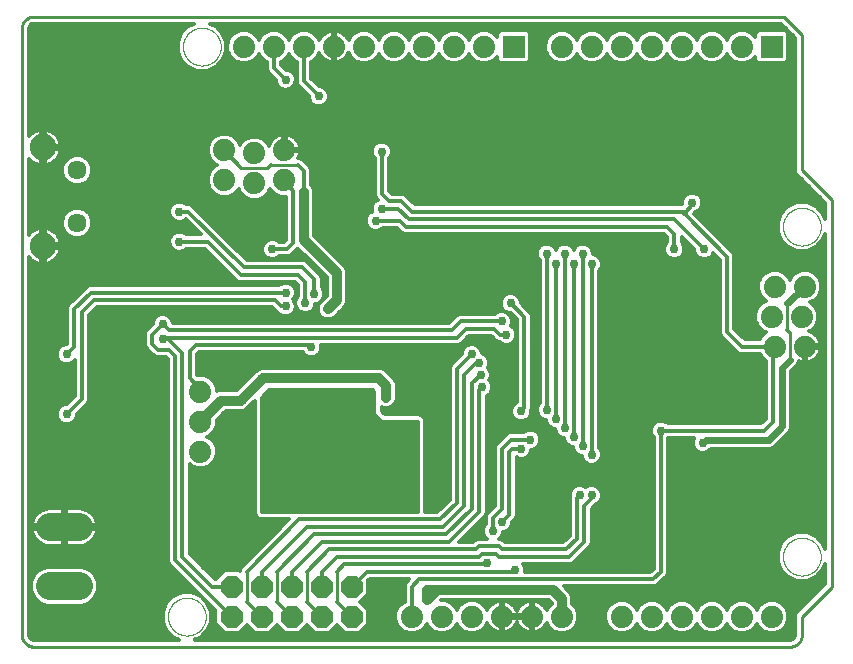
<source format=gbl>
G75*
%MOIN*%
%OFA0B0*%
%FSLAX25Y25*%
%IPPOS*%
%LPD*%
%AMOC8*
5,1,8,0,0,1.08239X$1,22.5*
%
%ADD10C,0.01000*%
%ADD11C,0.00000*%
%ADD12C,0.07400*%
%ADD13R,0.07400X0.07400*%
%ADD14C,0.06348*%
%ADD15C,0.08858*%
%ADD16OC8,0.07400*%
%ADD17C,0.09370*%
%ADD18C,0.01200*%
%ADD19C,0.02978*%
%ADD20C,0.03200*%
%ADD21C,0.02400*%
D10*
X0024473Y0009437D02*
X0024473Y0211563D01*
X0024475Y0211687D01*
X0024481Y0211810D01*
X0024490Y0211934D01*
X0024504Y0212056D01*
X0024521Y0212179D01*
X0024543Y0212301D01*
X0024568Y0212422D01*
X0024597Y0212542D01*
X0024629Y0212661D01*
X0024666Y0212780D01*
X0024706Y0212897D01*
X0024749Y0213012D01*
X0024797Y0213127D01*
X0024848Y0213239D01*
X0024902Y0213350D01*
X0024960Y0213460D01*
X0025021Y0213567D01*
X0025086Y0213673D01*
X0025154Y0213776D01*
X0025225Y0213877D01*
X0025299Y0213976D01*
X0025376Y0214073D01*
X0025457Y0214167D01*
X0025540Y0214258D01*
X0025626Y0214347D01*
X0025715Y0214433D01*
X0025806Y0214516D01*
X0025900Y0214597D01*
X0025997Y0214674D01*
X0026096Y0214748D01*
X0026197Y0214819D01*
X0026300Y0214887D01*
X0026406Y0214952D01*
X0026513Y0215013D01*
X0026623Y0215071D01*
X0026734Y0215125D01*
X0026846Y0215176D01*
X0026961Y0215224D01*
X0027076Y0215267D01*
X0027193Y0215307D01*
X0027312Y0215344D01*
X0027431Y0215376D01*
X0027551Y0215405D01*
X0027672Y0215430D01*
X0027794Y0215452D01*
X0027917Y0215469D01*
X0028039Y0215483D01*
X0028163Y0215492D01*
X0028286Y0215498D01*
X0028410Y0215500D01*
X0278473Y0215500D01*
X0284473Y0209500D01*
X0284473Y0164500D01*
X0294473Y0154500D01*
X0294473Y0025500D01*
X0284473Y0015500D01*
X0284473Y0009437D01*
X0284471Y0009313D01*
X0284465Y0009190D01*
X0284456Y0009066D01*
X0284442Y0008944D01*
X0284425Y0008821D01*
X0284403Y0008699D01*
X0284378Y0008578D01*
X0284349Y0008458D01*
X0284317Y0008339D01*
X0284280Y0008220D01*
X0284240Y0008103D01*
X0284197Y0007988D01*
X0284149Y0007873D01*
X0284098Y0007761D01*
X0284044Y0007650D01*
X0283986Y0007540D01*
X0283925Y0007433D01*
X0283860Y0007327D01*
X0283792Y0007224D01*
X0283721Y0007123D01*
X0283647Y0007024D01*
X0283570Y0006927D01*
X0283489Y0006833D01*
X0283406Y0006742D01*
X0283320Y0006653D01*
X0283231Y0006567D01*
X0283140Y0006484D01*
X0283046Y0006403D01*
X0282949Y0006326D01*
X0282850Y0006252D01*
X0282749Y0006181D01*
X0282646Y0006113D01*
X0282540Y0006048D01*
X0282433Y0005987D01*
X0282323Y0005929D01*
X0282212Y0005875D01*
X0282100Y0005824D01*
X0281985Y0005776D01*
X0281870Y0005733D01*
X0281753Y0005693D01*
X0281634Y0005656D01*
X0281515Y0005624D01*
X0281395Y0005595D01*
X0281274Y0005570D01*
X0281152Y0005548D01*
X0281029Y0005531D01*
X0280907Y0005517D01*
X0280783Y0005508D01*
X0280660Y0005502D01*
X0280536Y0005500D01*
X0028410Y0005500D01*
X0028286Y0005502D01*
X0028163Y0005508D01*
X0028039Y0005517D01*
X0027917Y0005531D01*
X0027794Y0005548D01*
X0027672Y0005570D01*
X0027551Y0005595D01*
X0027431Y0005624D01*
X0027312Y0005656D01*
X0027193Y0005693D01*
X0027076Y0005733D01*
X0026961Y0005776D01*
X0026846Y0005824D01*
X0026734Y0005875D01*
X0026623Y0005929D01*
X0026513Y0005987D01*
X0026406Y0006048D01*
X0026300Y0006113D01*
X0026197Y0006181D01*
X0026096Y0006252D01*
X0025997Y0006326D01*
X0025900Y0006403D01*
X0025806Y0006484D01*
X0025715Y0006567D01*
X0025626Y0006653D01*
X0025540Y0006742D01*
X0025457Y0006833D01*
X0025376Y0006927D01*
X0025299Y0007024D01*
X0025225Y0007123D01*
X0025154Y0007224D01*
X0025086Y0007327D01*
X0025021Y0007433D01*
X0024960Y0007540D01*
X0024902Y0007650D01*
X0024848Y0007761D01*
X0024797Y0007873D01*
X0024749Y0007988D01*
X0024706Y0008103D01*
X0024666Y0008220D01*
X0024629Y0008339D01*
X0024597Y0008458D01*
X0024568Y0008578D01*
X0024543Y0008699D01*
X0024521Y0008821D01*
X0024504Y0008944D01*
X0024490Y0009066D01*
X0024481Y0009190D01*
X0024475Y0009313D01*
X0024473Y0009437D01*
X0099473Y0020500D02*
X0099473Y0030500D01*
X0109473Y0030500D02*
X0109473Y0020500D01*
X0119473Y0020500D02*
X0119473Y0030500D01*
X0129473Y0030500D02*
X0129473Y0020500D01*
X0280473Y0101000D02*
X0280473Y0110000D01*
X0279473Y0111000D02*
X0279473Y0120000D01*
X0116473Y0166000D02*
X0107473Y0166000D01*
X0106473Y0165000D02*
X0097473Y0165000D01*
D11*
X0078174Y0205500D02*
X0078176Y0205658D01*
X0078182Y0205816D01*
X0078192Y0205974D01*
X0078206Y0206132D01*
X0078224Y0206289D01*
X0078245Y0206446D01*
X0078271Y0206602D01*
X0078301Y0206758D01*
X0078334Y0206913D01*
X0078372Y0207066D01*
X0078413Y0207219D01*
X0078458Y0207371D01*
X0078507Y0207522D01*
X0078560Y0207671D01*
X0078616Y0207819D01*
X0078676Y0207965D01*
X0078740Y0208110D01*
X0078808Y0208253D01*
X0078879Y0208395D01*
X0078953Y0208535D01*
X0079031Y0208672D01*
X0079113Y0208808D01*
X0079197Y0208942D01*
X0079286Y0209073D01*
X0079377Y0209202D01*
X0079472Y0209329D01*
X0079569Y0209454D01*
X0079670Y0209576D01*
X0079774Y0209695D01*
X0079881Y0209812D01*
X0079991Y0209926D01*
X0080104Y0210037D01*
X0080219Y0210146D01*
X0080337Y0210251D01*
X0080458Y0210353D01*
X0080581Y0210453D01*
X0080707Y0210549D01*
X0080835Y0210642D01*
X0080965Y0210732D01*
X0081098Y0210818D01*
X0081233Y0210902D01*
X0081369Y0210981D01*
X0081508Y0211058D01*
X0081649Y0211130D01*
X0081791Y0211200D01*
X0081935Y0211265D01*
X0082081Y0211327D01*
X0082228Y0211385D01*
X0082377Y0211440D01*
X0082527Y0211491D01*
X0082678Y0211538D01*
X0082830Y0211581D01*
X0082983Y0211620D01*
X0083138Y0211656D01*
X0083293Y0211687D01*
X0083449Y0211715D01*
X0083605Y0211739D01*
X0083762Y0211759D01*
X0083920Y0211775D01*
X0084077Y0211787D01*
X0084236Y0211795D01*
X0084394Y0211799D01*
X0084552Y0211799D01*
X0084710Y0211795D01*
X0084869Y0211787D01*
X0085026Y0211775D01*
X0085184Y0211759D01*
X0085341Y0211739D01*
X0085497Y0211715D01*
X0085653Y0211687D01*
X0085808Y0211656D01*
X0085963Y0211620D01*
X0086116Y0211581D01*
X0086268Y0211538D01*
X0086419Y0211491D01*
X0086569Y0211440D01*
X0086718Y0211385D01*
X0086865Y0211327D01*
X0087011Y0211265D01*
X0087155Y0211200D01*
X0087297Y0211130D01*
X0087438Y0211058D01*
X0087577Y0210981D01*
X0087713Y0210902D01*
X0087848Y0210818D01*
X0087981Y0210732D01*
X0088111Y0210642D01*
X0088239Y0210549D01*
X0088365Y0210453D01*
X0088488Y0210353D01*
X0088609Y0210251D01*
X0088727Y0210146D01*
X0088842Y0210037D01*
X0088955Y0209926D01*
X0089065Y0209812D01*
X0089172Y0209695D01*
X0089276Y0209576D01*
X0089377Y0209454D01*
X0089474Y0209329D01*
X0089569Y0209202D01*
X0089660Y0209073D01*
X0089749Y0208942D01*
X0089833Y0208808D01*
X0089915Y0208672D01*
X0089993Y0208535D01*
X0090067Y0208395D01*
X0090138Y0208253D01*
X0090206Y0208110D01*
X0090270Y0207965D01*
X0090330Y0207819D01*
X0090386Y0207671D01*
X0090439Y0207522D01*
X0090488Y0207371D01*
X0090533Y0207219D01*
X0090574Y0207066D01*
X0090612Y0206913D01*
X0090645Y0206758D01*
X0090675Y0206602D01*
X0090701Y0206446D01*
X0090722Y0206289D01*
X0090740Y0206132D01*
X0090754Y0205974D01*
X0090764Y0205816D01*
X0090770Y0205658D01*
X0090772Y0205500D01*
X0090770Y0205342D01*
X0090764Y0205184D01*
X0090754Y0205026D01*
X0090740Y0204868D01*
X0090722Y0204711D01*
X0090701Y0204554D01*
X0090675Y0204398D01*
X0090645Y0204242D01*
X0090612Y0204087D01*
X0090574Y0203934D01*
X0090533Y0203781D01*
X0090488Y0203629D01*
X0090439Y0203478D01*
X0090386Y0203329D01*
X0090330Y0203181D01*
X0090270Y0203035D01*
X0090206Y0202890D01*
X0090138Y0202747D01*
X0090067Y0202605D01*
X0089993Y0202465D01*
X0089915Y0202328D01*
X0089833Y0202192D01*
X0089749Y0202058D01*
X0089660Y0201927D01*
X0089569Y0201798D01*
X0089474Y0201671D01*
X0089377Y0201546D01*
X0089276Y0201424D01*
X0089172Y0201305D01*
X0089065Y0201188D01*
X0088955Y0201074D01*
X0088842Y0200963D01*
X0088727Y0200854D01*
X0088609Y0200749D01*
X0088488Y0200647D01*
X0088365Y0200547D01*
X0088239Y0200451D01*
X0088111Y0200358D01*
X0087981Y0200268D01*
X0087848Y0200182D01*
X0087713Y0200098D01*
X0087577Y0200019D01*
X0087438Y0199942D01*
X0087297Y0199870D01*
X0087155Y0199800D01*
X0087011Y0199735D01*
X0086865Y0199673D01*
X0086718Y0199615D01*
X0086569Y0199560D01*
X0086419Y0199509D01*
X0086268Y0199462D01*
X0086116Y0199419D01*
X0085963Y0199380D01*
X0085808Y0199344D01*
X0085653Y0199313D01*
X0085497Y0199285D01*
X0085341Y0199261D01*
X0085184Y0199241D01*
X0085026Y0199225D01*
X0084869Y0199213D01*
X0084710Y0199205D01*
X0084552Y0199201D01*
X0084394Y0199201D01*
X0084236Y0199205D01*
X0084077Y0199213D01*
X0083920Y0199225D01*
X0083762Y0199241D01*
X0083605Y0199261D01*
X0083449Y0199285D01*
X0083293Y0199313D01*
X0083138Y0199344D01*
X0082983Y0199380D01*
X0082830Y0199419D01*
X0082678Y0199462D01*
X0082527Y0199509D01*
X0082377Y0199560D01*
X0082228Y0199615D01*
X0082081Y0199673D01*
X0081935Y0199735D01*
X0081791Y0199800D01*
X0081649Y0199870D01*
X0081508Y0199942D01*
X0081369Y0200019D01*
X0081233Y0200098D01*
X0081098Y0200182D01*
X0080965Y0200268D01*
X0080835Y0200358D01*
X0080707Y0200451D01*
X0080581Y0200547D01*
X0080458Y0200647D01*
X0080337Y0200749D01*
X0080219Y0200854D01*
X0080104Y0200963D01*
X0079991Y0201074D01*
X0079881Y0201188D01*
X0079774Y0201305D01*
X0079670Y0201424D01*
X0079569Y0201546D01*
X0079472Y0201671D01*
X0079377Y0201798D01*
X0079286Y0201927D01*
X0079197Y0202058D01*
X0079113Y0202192D01*
X0079031Y0202328D01*
X0078953Y0202465D01*
X0078879Y0202605D01*
X0078808Y0202747D01*
X0078740Y0202890D01*
X0078676Y0203035D01*
X0078616Y0203181D01*
X0078560Y0203329D01*
X0078507Y0203478D01*
X0078458Y0203629D01*
X0078413Y0203781D01*
X0078372Y0203934D01*
X0078334Y0204087D01*
X0078301Y0204242D01*
X0078271Y0204398D01*
X0078245Y0204554D01*
X0078224Y0204711D01*
X0078206Y0204868D01*
X0078192Y0205026D01*
X0078182Y0205184D01*
X0078176Y0205342D01*
X0078174Y0205500D01*
X0041218Y0164260D02*
X0041220Y0164341D01*
X0041226Y0164423D01*
X0041236Y0164504D01*
X0041250Y0164584D01*
X0041267Y0164663D01*
X0041289Y0164742D01*
X0041314Y0164819D01*
X0041343Y0164896D01*
X0041376Y0164970D01*
X0041413Y0165043D01*
X0041452Y0165114D01*
X0041496Y0165183D01*
X0041542Y0165250D01*
X0041592Y0165314D01*
X0041645Y0165376D01*
X0041701Y0165436D01*
X0041759Y0165492D01*
X0041821Y0165546D01*
X0041885Y0165597D01*
X0041951Y0165644D01*
X0042019Y0165688D01*
X0042090Y0165729D01*
X0042162Y0165766D01*
X0042237Y0165800D01*
X0042312Y0165830D01*
X0042390Y0165856D01*
X0042468Y0165879D01*
X0042547Y0165897D01*
X0042627Y0165912D01*
X0042708Y0165923D01*
X0042789Y0165930D01*
X0042871Y0165933D01*
X0042952Y0165932D01*
X0043033Y0165927D01*
X0043114Y0165918D01*
X0043195Y0165905D01*
X0043275Y0165888D01*
X0043353Y0165868D01*
X0043431Y0165843D01*
X0043508Y0165815D01*
X0043583Y0165783D01*
X0043656Y0165748D01*
X0043727Y0165709D01*
X0043797Y0165666D01*
X0043864Y0165621D01*
X0043930Y0165572D01*
X0043992Y0165520D01*
X0044052Y0165464D01*
X0044109Y0165406D01*
X0044164Y0165346D01*
X0044215Y0165282D01*
X0044263Y0165217D01*
X0044308Y0165149D01*
X0044350Y0165079D01*
X0044388Y0165007D01*
X0044423Y0164933D01*
X0044454Y0164858D01*
X0044481Y0164781D01*
X0044504Y0164703D01*
X0044524Y0164624D01*
X0044540Y0164544D01*
X0044552Y0164463D01*
X0044560Y0164382D01*
X0044564Y0164301D01*
X0044564Y0164219D01*
X0044560Y0164138D01*
X0044552Y0164057D01*
X0044540Y0163976D01*
X0044524Y0163896D01*
X0044504Y0163817D01*
X0044481Y0163739D01*
X0044454Y0163662D01*
X0044423Y0163587D01*
X0044388Y0163513D01*
X0044350Y0163441D01*
X0044308Y0163371D01*
X0044263Y0163303D01*
X0044215Y0163238D01*
X0044164Y0163174D01*
X0044109Y0163114D01*
X0044052Y0163056D01*
X0043992Y0163000D01*
X0043930Y0162948D01*
X0043864Y0162899D01*
X0043797Y0162854D01*
X0043728Y0162811D01*
X0043656Y0162772D01*
X0043583Y0162737D01*
X0043508Y0162705D01*
X0043431Y0162677D01*
X0043353Y0162652D01*
X0043275Y0162632D01*
X0043195Y0162615D01*
X0043114Y0162602D01*
X0043033Y0162593D01*
X0042952Y0162588D01*
X0042871Y0162587D01*
X0042789Y0162590D01*
X0042708Y0162597D01*
X0042627Y0162608D01*
X0042547Y0162623D01*
X0042468Y0162641D01*
X0042390Y0162664D01*
X0042312Y0162690D01*
X0042237Y0162720D01*
X0042162Y0162754D01*
X0042090Y0162791D01*
X0042019Y0162832D01*
X0041951Y0162876D01*
X0041885Y0162923D01*
X0041821Y0162974D01*
X0041759Y0163028D01*
X0041701Y0163084D01*
X0041645Y0163144D01*
X0041592Y0163206D01*
X0041542Y0163270D01*
X0041496Y0163337D01*
X0041452Y0163406D01*
X0041413Y0163477D01*
X0041376Y0163550D01*
X0041343Y0163624D01*
X0041314Y0163701D01*
X0041289Y0163778D01*
X0041267Y0163857D01*
X0041250Y0163936D01*
X0041236Y0164016D01*
X0041226Y0164097D01*
X0041220Y0164179D01*
X0041218Y0164260D01*
X0041218Y0146740D02*
X0041220Y0146821D01*
X0041226Y0146903D01*
X0041236Y0146984D01*
X0041250Y0147064D01*
X0041267Y0147143D01*
X0041289Y0147222D01*
X0041314Y0147299D01*
X0041343Y0147376D01*
X0041376Y0147450D01*
X0041413Y0147523D01*
X0041452Y0147594D01*
X0041496Y0147663D01*
X0041542Y0147730D01*
X0041592Y0147794D01*
X0041645Y0147856D01*
X0041701Y0147916D01*
X0041759Y0147972D01*
X0041821Y0148026D01*
X0041885Y0148077D01*
X0041951Y0148124D01*
X0042019Y0148168D01*
X0042090Y0148209D01*
X0042162Y0148246D01*
X0042237Y0148280D01*
X0042312Y0148310D01*
X0042390Y0148336D01*
X0042468Y0148359D01*
X0042547Y0148377D01*
X0042627Y0148392D01*
X0042708Y0148403D01*
X0042789Y0148410D01*
X0042871Y0148413D01*
X0042952Y0148412D01*
X0043033Y0148407D01*
X0043114Y0148398D01*
X0043195Y0148385D01*
X0043275Y0148368D01*
X0043353Y0148348D01*
X0043431Y0148323D01*
X0043508Y0148295D01*
X0043583Y0148263D01*
X0043656Y0148228D01*
X0043727Y0148189D01*
X0043797Y0148146D01*
X0043864Y0148101D01*
X0043930Y0148052D01*
X0043992Y0148000D01*
X0044052Y0147944D01*
X0044109Y0147886D01*
X0044164Y0147826D01*
X0044215Y0147762D01*
X0044263Y0147697D01*
X0044308Y0147629D01*
X0044350Y0147559D01*
X0044388Y0147487D01*
X0044423Y0147413D01*
X0044454Y0147338D01*
X0044481Y0147261D01*
X0044504Y0147183D01*
X0044524Y0147104D01*
X0044540Y0147024D01*
X0044552Y0146943D01*
X0044560Y0146862D01*
X0044564Y0146781D01*
X0044564Y0146699D01*
X0044560Y0146618D01*
X0044552Y0146537D01*
X0044540Y0146456D01*
X0044524Y0146376D01*
X0044504Y0146297D01*
X0044481Y0146219D01*
X0044454Y0146142D01*
X0044423Y0146067D01*
X0044388Y0145993D01*
X0044350Y0145921D01*
X0044308Y0145851D01*
X0044263Y0145783D01*
X0044215Y0145718D01*
X0044164Y0145654D01*
X0044109Y0145594D01*
X0044052Y0145536D01*
X0043992Y0145480D01*
X0043930Y0145428D01*
X0043864Y0145379D01*
X0043797Y0145334D01*
X0043728Y0145291D01*
X0043656Y0145252D01*
X0043583Y0145217D01*
X0043508Y0145185D01*
X0043431Y0145157D01*
X0043353Y0145132D01*
X0043275Y0145112D01*
X0043195Y0145095D01*
X0043114Y0145082D01*
X0043033Y0145073D01*
X0042952Y0145068D01*
X0042871Y0145067D01*
X0042789Y0145070D01*
X0042708Y0145077D01*
X0042627Y0145088D01*
X0042547Y0145103D01*
X0042468Y0145121D01*
X0042390Y0145144D01*
X0042312Y0145170D01*
X0042237Y0145200D01*
X0042162Y0145234D01*
X0042090Y0145271D01*
X0042019Y0145312D01*
X0041951Y0145356D01*
X0041885Y0145403D01*
X0041821Y0145454D01*
X0041759Y0145508D01*
X0041701Y0145564D01*
X0041645Y0145624D01*
X0041592Y0145686D01*
X0041542Y0145750D01*
X0041496Y0145817D01*
X0041452Y0145886D01*
X0041413Y0145957D01*
X0041376Y0146030D01*
X0041343Y0146104D01*
X0041314Y0146181D01*
X0041289Y0146258D01*
X0041267Y0146337D01*
X0041250Y0146416D01*
X0041236Y0146496D01*
X0041226Y0146577D01*
X0041220Y0146659D01*
X0041218Y0146740D01*
X0073174Y0015500D02*
X0073176Y0015658D01*
X0073182Y0015816D01*
X0073192Y0015974D01*
X0073206Y0016132D01*
X0073224Y0016289D01*
X0073245Y0016446D01*
X0073271Y0016602D01*
X0073301Y0016758D01*
X0073334Y0016913D01*
X0073372Y0017066D01*
X0073413Y0017219D01*
X0073458Y0017371D01*
X0073507Y0017522D01*
X0073560Y0017671D01*
X0073616Y0017819D01*
X0073676Y0017965D01*
X0073740Y0018110D01*
X0073808Y0018253D01*
X0073879Y0018395D01*
X0073953Y0018535D01*
X0074031Y0018672D01*
X0074113Y0018808D01*
X0074197Y0018942D01*
X0074286Y0019073D01*
X0074377Y0019202D01*
X0074472Y0019329D01*
X0074569Y0019454D01*
X0074670Y0019576D01*
X0074774Y0019695D01*
X0074881Y0019812D01*
X0074991Y0019926D01*
X0075104Y0020037D01*
X0075219Y0020146D01*
X0075337Y0020251D01*
X0075458Y0020353D01*
X0075581Y0020453D01*
X0075707Y0020549D01*
X0075835Y0020642D01*
X0075965Y0020732D01*
X0076098Y0020818D01*
X0076233Y0020902D01*
X0076369Y0020981D01*
X0076508Y0021058D01*
X0076649Y0021130D01*
X0076791Y0021200D01*
X0076935Y0021265D01*
X0077081Y0021327D01*
X0077228Y0021385D01*
X0077377Y0021440D01*
X0077527Y0021491D01*
X0077678Y0021538D01*
X0077830Y0021581D01*
X0077983Y0021620D01*
X0078138Y0021656D01*
X0078293Y0021687D01*
X0078449Y0021715D01*
X0078605Y0021739D01*
X0078762Y0021759D01*
X0078920Y0021775D01*
X0079077Y0021787D01*
X0079236Y0021795D01*
X0079394Y0021799D01*
X0079552Y0021799D01*
X0079710Y0021795D01*
X0079869Y0021787D01*
X0080026Y0021775D01*
X0080184Y0021759D01*
X0080341Y0021739D01*
X0080497Y0021715D01*
X0080653Y0021687D01*
X0080808Y0021656D01*
X0080963Y0021620D01*
X0081116Y0021581D01*
X0081268Y0021538D01*
X0081419Y0021491D01*
X0081569Y0021440D01*
X0081718Y0021385D01*
X0081865Y0021327D01*
X0082011Y0021265D01*
X0082155Y0021200D01*
X0082297Y0021130D01*
X0082438Y0021058D01*
X0082577Y0020981D01*
X0082713Y0020902D01*
X0082848Y0020818D01*
X0082981Y0020732D01*
X0083111Y0020642D01*
X0083239Y0020549D01*
X0083365Y0020453D01*
X0083488Y0020353D01*
X0083609Y0020251D01*
X0083727Y0020146D01*
X0083842Y0020037D01*
X0083955Y0019926D01*
X0084065Y0019812D01*
X0084172Y0019695D01*
X0084276Y0019576D01*
X0084377Y0019454D01*
X0084474Y0019329D01*
X0084569Y0019202D01*
X0084660Y0019073D01*
X0084749Y0018942D01*
X0084833Y0018808D01*
X0084915Y0018672D01*
X0084993Y0018535D01*
X0085067Y0018395D01*
X0085138Y0018253D01*
X0085206Y0018110D01*
X0085270Y0017965D01*
X0085330Y0017819D01*
X0085386Y0017671D01*
X0085439Y0017522D01*
X0085488Y0017371D01*
X0085533Y0017219D01*
X0085574Y0017066D01*
X0085612Y0016913D01*
X0085645Y0016758D01*
X0085675Y0016602D01*
X0085701Y0016446D01*
X0085722Y0016289D01*
X0085740Y0016132D01*
X0085754Y0015974D01*
X0085764Y0015816D01*
X0085770Y0015658D01*
X0085772Y0015500D01*
X0085770Y0015342D01*
X0085764Y0015184D01*
X0085754Y0015026D01*
X0085740Y0014868D01*
X0085722Y0014711D01*
X0085701Y0014554D01*
X0085675Y0014398D01*
X0085645Y0014242D01*
X0085612Y0014087D01*
X0085574Y0013934D01*
X0085533Y0013781D01*
X0085488Y0013629D01*
X0085439Y0013478D01*
X0085386Y0013329D01*
X0085330Y0013181D01*
X0085270Y0013035D01*
X0085206Y0012890D01*
X0085138Y0012747D01*
X0085067Y0012605D01*
X0084993Y0012465D01*
X0084915Y0012328D01*
X0084833Y0012192D01*
X0084749Y0012058D01*
X0084660Y0011927D01*
X0084569Y0011798D01*
X0084474Y0011671D01*
X0084377Y0011546D01*
X0084276Y0011424D01*
X0084172Y0011305D01*
X0084065Y0011188D01*
X0083955Y0011074D01*
X0083842Y0010963D01*
X0083727Y0010854D01*
X0083609Y0010749D01*
X0083488Y0010647D01*
X0083365Y0010547D01*
X0083239Y0010451D01*
X0083111Y0010358D01*
X0082981Y0010268D01*
X0082848Y0010182D01*
X0082713Y0010098D01*
X0082577Y0010019D01*
X0082438Y0009942D01*
X0082297Y0009870D01*
X0082155Y0009800D01*
X0082011Y0009735D01*
X0081865Y0009673D01*
X0081718Y0009615D01*
X0081569Y0009560D01*
X0081419Y0009509D01*
X0081268Y0009462D01*
X0081116Y0009419D01*
X0080963Y0009380D01*
X0080808Y0009344D01*
X0080653Y0009313D01*
X0080497Y0009285D01*
X0080341Y0009261D01*
X0080184Y0009241D01*
X0080026Y0009225D01*
X0079869Y0009213D01*
X0079710Y0009205D01*
X0079552Y0009201D01*
X0079394Y0009201D01*
X0079236Y0009205D01*
X0079077Y0009213D01*
X0078920Y0009225D01*
X0078762Y0009241D01*
X0078605Y0009261D01*
X0078449Y0009285D01*
X0078293Y0009313D01*
X0078138Y0009344D01*
X0077983Y0009380D01*
X0077830Y0009419D01*
X0077678Y0009462D01*
X0077527Y0009509D01*
X0077377Y0009560D01*
X0077228Y0009615D01*
X0077081Y0009673D01*
X0076935Y0009735D01*
X0076791Y0009800D01*
X0076649Y0009870D01*
X0076508Y0009942D01*
X0076369Y0010019D01*
X0076233Y0010098D01*
X0076098Y0010182D01*
X0075965Y0010268D01*
X0075835Y0010358D01*
X0075707Y0010451D01*
X0075581Y0010547D01*
X0075458Y0010647D01*
X0075337Y0010749D01*
X0075219Y0010854D01*
X0075104Y0010963D01*
X0074991Y0011074D01*
X0074881Y0011188D01*
X0074774Y0011305D01*
X0074670Y0011424D01*
X0074569Y0011546D01*
X0074472Y0011671D01*
X0074377Y0011798D01*
X0074286Y0011927D01*
X0074197Y0012058D01*
X0074113Y0012192D01*
X0074031Y0012328D01*
X0073953Y0012465D01*
X0073879Y0012605D01*
X0073808Y0012747D01*
X0073740Y0012890D01*
X0073676Y0013035D01*
X0073616Y0013181D01*
X0073560Y0013329D01*
X0073507Y0013478D01*
X0073458Y0013629D01*
X0073413Y0013781D01*
X0073372Y0013934D01*
X0073334Y0014087D01*
X0073301Y0014242D01*
X0073271Y0014398D01*
X0073245Y0014554D01*
X0073224Y0014711D01*
X0073206Y0014868D01*
X0073192Y0015026D01*
X0073182Y0015184D01*
X0073176Y0015342D01*
X0073174Y0015500D01*
X0278174Y0035500D02*
X0278176Y0035658D01*
X0278182Y0035816D01*
X0278192Y0035974D01*
X0278206Y0036132D01*
X0278224Y0036289D01*
X0278245Y0036446D01*
X0278271Y0036602D01*
X0278301Y0036758D01*
X0278334Y0036913D01*
X0278372Y0037066D01*
X0278413Y0037219D01*
X0278458Y0037371D01*
X0278507Y0037522D01*
X0278560Y0037671D01*
X0278616Y0037819D01*
X0278676Y0037965D01*
X0278740Y0038110D01*
X0278808Y0038253D01*
X0278879Y0038395D01*
X0278953Y0038535D01*
X0279031Y0038672D01*
X0279113Y0038808D01*
X0279197Y0038942D01*
X0279286Y0039073D01*
X0279377Y0039202D01*
X0279472Y0039329D01*
X0279569Y0039454D01*
X0279670Y0039576D01*
X0279774Y0039695D01*
X0279881Y0039812D01*
X0279991Y0039926D01*
X0280104Y0040037D01*
X0280219Y0040146D01*
X0280337Y0040251D01*
X0280458Y0040353D01*
X0280581Y0040453D01*
X0280707Y0040549D01*
X0280835Y0040642D01*
X0280965Y0040732D01*
X0281098Y0040818D01*
X0281233Y0040902D01*
X0281369Y0040981D01*
X0281508Y0041058D01*
X0281649Y0041130D01*
X0281791Y0041200D01*
X0281935Y0041265D01*
X0282081Y0041327D01*
X0282228Y0041385D01*
X0282377Y0041440D01*
X0282527Y0041491D01*
X0282678Y0041538D01*
X0282830Y0041581D01*
X0282983Y0041620D01*
X0283138Y0041656D01*
X0283293Y0041687D01*
X0283449Y0041715D01*
X0283605Y0041739D01*
X0283762Y0041759D01*
X0283920Y0041775D01*
X0284077Y0041787D01*
X0284236Y0041795D01*
X0284394Y0041799D01*
X0284552Y0041799D01*
X0284710Y0041795D01*
X0284869Y0041787D01*
X0285026Y0041775D01*
X0285184Y0041759D01*
X0285341Y0041739D01*
X0285497Y0041715D01*
X0285653Y0041687D01*
X0285808Y0041656D01*
X0285963Y0041620D01*
X0286116Y0041581D01*
X0286268Y0041538D01*
X0286419Y0041491D01*
X0286569Y0041440D01*
X0286718Y0041385D01*
X0286865Y0041327D01*
X0287011Y0041265D01*
X0287155Y0041200D01*
X0287297Y0041130D01*
X0287438Y0041058D01*
X0287577Y0040981D01*
X0287713Y0040902D01*
X0287848Y0040818D01*
X0287981Y0040732D01*
X0288111Y0040642D01*
X0288239Y0040549D01*
X0288365Y0040453D01*
X0288488Y0040353D01*
X0288609Y0040251D01*
X0288727Y0040146D01*
X0288842Y0040037D01*
X0288955Y0039926D01*
X0289065Y0039812D01*
X0289172Y0039695D01*
X0289276Y0039576D01*
X0289377Y0039454D01*
X0289474Y0039329D01*
X0289569Y0039202D01*
X0289660Y0039073D01*
X0289749Y0038942D01*
X0289833Y0038808D01*
X0289915Y0038672D01*
X0289993Y0038535D01*
X0290067Y0038395D01*
X0290138Y0038253D01*
X0290206Y0038110D01*
X0290270Y0037965D01*
X0290330Y0037819D01*
X0290386Y0037671D01*
X0290439Y0037522D01*
X0290488Y0037371D01*
X0290533Y0037219D01*
X0290574Y0037066D01*
X0290612Y0036913D01*
X0290645Y0036758D01*
X0290675Y0036602D01*
X0290701Y0036446D01*
X0290722Y0036289D01*
X0290740Y0036132D01*
X0290754Y0035974D01*
X0290764Y0035816D01*
X0290770Y0035658D01*
X0290772Y0035500D01*
X0290770Y0035342D01*
X0290764Y0035184D01*
X0290754Y0035026D01*
X0290740Y0034868D01*
X0290722Y0034711D01*
X0290701Y0034554D01*
X0290675Y0034398D01*
X0290645Y0034242D01*
X0290612Y0034087D01*
X0290574Y0033934D01*
X0290533Y0033781D01*
X0290488Y0033629D01*
X0290439Y0033478D01*
X0290386Y0033329D01*
X0290330Y0033181D01*
X0290270Y0033035D01*
X0290206Y0032890D01*
X0290138Y0032747D01*
X0290067Y0032605D01*
X0289993Y0032465D01*
X0289915Y0032328D01*
X0289833Y0032192D01*
X0289749Y0032058D01*
X0289660Y0031927D01*
X0289569Y0031798D01*
X0289474Y0031671D01*
X0289377Y0031546D01*
X0289276Y0031424D01*
X0289172Y0031305D01*
X0289065Y0031188D01*
X0288955Y0031074D01*
X0288842Y0030963D01*
X0288727Y0030854D01*
X0288609Y0030749D01*
X0288488Y0030647D01*
X0288365Y0030547D01*
X0288239Y0030451D01*
X0288111Y0030358D01*
X0287981Y0030268D01*
X0287848Y0030182D01*
X0287713Y0030098D01*
X0287577Y0030019D01*
X0287438Y0029942D01*
X0287297Y0029870D01*
X0287155Y0029800D01*
X0287011Y0029735D01*
X0286865Y0029673D01*
X0286718Y0029615D01*
X0286569Y0029560D01*
X0286419Y0029509D01*
X0286268Y0029462D01*
X0286116Y0029419D01*
X0285963Y0029380D01*
X0285808Y0029344D01*
X0285653Y0029313D01*
X0285497Y0029285D01*
X0285341Y0029261D01*
X0285184Y0029241D01*
X0285026Y0029225D01*
X0284869Y0029213D01*
X0284710Y0029205D01*
X0284552Y0029201D01*
X0284394Y0029201D01*
X0284236Y0029205D01*
X0284077Y0029213D01*
X0283920Y0029225D01*
X0283762Y0029241D01*
X0283605Y0029261D01*
X0283449Y0029285D01*
X0283293Y0029313D01*
X0283138Y0029344D01*
X0282983Y0029380D01*
X0282830Y0029419D01*
X0282678Y0029462D01*
X0282527Y0029509D01*
X0282377Y0029560D01*
X0282228Y0029615D01*
X0282081Y0029673D01*
X0281935Y0029735D01*
X0281791Y0029800D01*
X0281649Y0029870D01*
X0281508Y0029942D01*
X0281369Y0030019D01*
X0281233Y0030098D01*
X0281098Y0030182D01*
X0280965Y0030268D01*
X0280835Y0030358D01*
X0280707Y0030451D01*
X0280581Y0030547D01*
X0280458Y0030647D01*
X0280337Y0030749D01*
X0280219Y0030854D01*
X0280104Y0030963D01*
X0279991Y0031074D01*
X0279881Y0031188D01*
X0279774Y0031305D01*
X0279670Y0031424D01*
X0279569Y0031546D01*
X0279472Y0031671D01*
X0279377Y0031798D01*
X0279286Y0031927D01*
X0279197Y0032058D01*
X0279113Y0032192D01*
X0279031Y0032328D01*
X0278953Y0032465D01*
X0278879Y0032605D01*
X0278808Y0032747D01*
X0278740Y0032890D01*
X0278676Y0033035D01*
X0278616Y0033181D01*
X0278560Y0033329D01*
X0278507Y0033478D01*
X0278458Y0033629D01*
X0278413Y0033781D01*
X0278372Y0033934D01*
X0278334Y0034087D01*
X0278301Y0034242D01*
X0278271Y0034398D01*
X0278245Y0034554D01*
X0278224Y0034711D01*
X0278206Y0034868D01*
X0278192Y0035026D01*
X0278182Y0035184D01*
X0278176Y0035342D01*
X0278174Y0035500D01*
X0278174Y0145500D02*
X0278176Y0145658D01*
X0278182Y0145816D01*
X0278192Y0145974D01*
X0278206Y0146132D01*
X0278224Y0146289D01*
X0278245Y0146446D01*
X0278271Y0146602D01*
X0278301Y0146758D01*
X0278334Y0146913D01*
X0278372Y0147066D01*
X0278413Y0147219D01*
X0278458Y0147371D01*
X0278507Y0147522D01*
X0278560Y0147671D01*
X0278616Y0147819D01*
X0278676Y0147965D01*
X0278740Y0148110D01*
X0278808Y0148253D01*
X0278879Y0148395D01*
X0278953Y0148535D01*
X0279031Y0148672D01*
X0279113Y0148808D01*
X0279197Y0148942D01*
X0279286Y0149073D01*
X0279377Y0149202D01*
X0279472Y0149329D01*
X0279569Y0149454D01*
X0279670Y0149576D01*
X0279774Y0149695D01*
X0279881Y0149812D01*
X0279991Y0149926D01*
X0280104Y0150037D01*
X0280219Y0150146D01*
X0280337Y0150251D01*
X0280458Y0150353D01*
X0280581Y0150453D01*
X0280707Y0150549D01*
X0280835Y0150642D01*
X0280965Y0150732D01*
X0281098Y0150818D01*
X0281233Y0150902D01*
X0281369Y0150981D01*
X0281508Y0151058D01*
X0281649Y0151130D01*
X0281791Y0151200D01*
X0281935Y0151265D01*
X0282081Y0151327D01*
X0282228Y0151385D01*
X0282377Y0151440D01*
X0282527Y0151491D01*
X0282678Y0151538D01*
X0282830Y0151581D01*
X0282983Y0151620D01*
X0283138Y0151656D01*
X0283293Y0151687D01*
X0283449Y0151715D01*
X0283605Y0151739D01*
X0283762Y0151759D01*
X0283920Y0151775D01*
X0284077Y0151787D01*
X0284236Y0151795D01*
X0284394Y0151799D01*
X0284552Y0151799D01*
X0284710Y0151795D01*
X0284869Y0151787D01*
X0285026Y0151775D01*
X0285184Y0151759D01*
X0285341Y0151739D01*
X0285497Y0151715D01*
X0285653Y0151687D01*
X0285808Y0151656D01*
X0285963Y0151620D01*
X0286116Y0151581D01*
X0286268Y0151538D01*
X0286419Y0151491D01*
X0286569Y0151440D01*
X0286718Y0151385D01*
X0286865Y0151327D01*
X0287011Y0151265D01*
X0287155Y0151200D01*
X0287297Y0151130D01*
X0287438Y0151058D01*
X0287577Y0150981D01*
X0287713Y0150902D01*
X0287848Y0150818D01*
X0287981Y0150732D01*
X0288111Y0150642D01*
X0288239Y0150549D01*
X0288365Y0150453D01*
X0288488Y0150353D01*
X0288609Y0150251D01*
X0288727Y0150146D01*
X0288842Y0150037D01*
X0288955Y0149926D01*
X0289065Y0149812D01*
X0289172Y0149695D01*
X0289276Y0149576D01*
X0289377Y0149454D01*
X0289474Y0149329D01*
X0289569Y0149202D01*
X0289660Y0149073D01*
X0289749Y0148942D01*
X0289833Y0148808D01*
X0289915Y0148672D01*
X0289993Y0148535D01*
X0290067Y0148395D01*
X0290138Y0148253D01*
X0290206Y0148110D01*
X0290270Y0147965D01*
X0290330Y0147819D01*
X0290386Y0147671D01*
X0290439Y0147522D01*
X0290488Y0147371D01*
X0290533Y0147219D01*
X0290574Y0147066D01*
X0290612Y0146913D01*
X0290645Y0146758D01*
X0290675Y0146602D01*
X0290701Y0146446D01*
X0290722Y0146289D01*
X0290740Y0146132D01*
X0290754Y0145974D01*
X0290764Y0145816D01*
X0290770Y0145658D01*
X0290772Y0145500D01*
X0290770Y0145342D01*
X0290764Y0145184D01*
X0290754Y0145026D01*
X0290740Y0144868D01*
X0290722Y0144711D01*
X0290701Y0144554D01*
X0290675Y0144398D01*
X0290645Y0144242D01*
X0290612Y0144087D01*
X0290574Y0143934D01*
X0290533Y0143781D01*
X0290488Y0143629D01*
X0290439Y0143478D01*
X0290386Y0143329D01*
X0290330Y0143181D01*
X0290270Y0143035D01*
X0290206Y0142890D01*
X0290138Y0142747D01*
X0290067Y0142605D01*
X0289993Y0142465D01*
X0289915Y0142328D01*
X0289833Y0142192D01*
X0289749Y0142058D01*
X0289660Y0141927D01*
X0289569Y0141798D01*
X0289474Y0141671D01*
X0289377Y0141546D01*
X0289276Y0141424D01*
X0289172Y0141305D01*
X0289065Y0141188D01*
X0288955Y0141074D01*
X0288842Y0140963D01*
X0288727Y0140854D01*
X0288609Y0140749D01*
X0288488Y0140647D01*
X0288365Y0140547D01*
X0288239Y0140451D01*
X0288111Y0140358D01*
X0287981Y0140268D01*
X0287848Y0140182D01*
X0287713Y0140098D01*
X0287577Y0140019D01*
X0287438Y0139942D01*
X0287297Y0139870D01*
X0287155Y0139800D01*
X0287011Y0139735D01*
X0286865Y0139673D01*
X0286718Y0139615D01*
X0286569Y0139560D01*
X0286419Y0139509D01*
X0286268Y0139462D01*
X0286116Y0139419D01*
X0285963Y0139380D01*
X0285808Y0139344D01*
X0285653Y0139313D01*
X0285497Y0139285D01*
X0285341Y0139261D01*
X0285184Y0139241D01*
X0285026Y0139225D01*
X0284869Y0139213D01*
X0284710Y0139205D01*
X0284552Y0139201D01*
X0284394Y0139201D01*
X0284236Y0139205D01*
X0284077Y0139213D01*
X0283920Y0139225D01*
X0283762Y0139241D01*
X0283605Y0139261D01*
X0283449Y0139285D01*
X0283293Y0139313D01*
X0283138Y0139344D01*
X0282983Y0139380D01*
X0282830Y0139419D01*
X0282678Y0139462D01*
X0282527Y0139509D01*
X0282377Y0139560D01*
X0282228Y0139615D01*
X0282081Y0139673D01*
X0281935Y0139735D01*
X0281791Y0139800D01*
X0281649Y0139870D01*
X0281508Y0139942D01*
X0281369Y0140019D01*
X0281233Y0140098D01*
X0281098Y0140182D01*
X0280965Y0140268D01*
X0280835Y0140358D01*
X0280707Y0140451D01*
X0280581Y0140547D01*
X0280458Y0140647D01*
X0280337Y0140749D01*
X0280219Y0140854D01*
X0280104Y0140963D01*
X0279991Y0141074D01*
X0279881Y0141188D01*
X0279774Y0141305D01*
X0279670Y0141424D01*
X0279569Y0141546D01*
X0279472Y0141671D01*
X0279377Y0141798D01*
X0279286Y0141927D01*
X0279197Y0142058D01*
X0279113Y0142192D01*
X0279031Y0142328D01*
X0278953Y0142465D01*
X0278879Y0142605D01*
X0278808Y0142747D01*
X0278740Y0142890D01*
X0278676Y0143035D01*
X0278616Y0143181D01*
X0278560Y0143329D01*
X0278507Y0143478D01*
X0278458Y0143629D01*
X0278413Y0143781D01*
X0278372Y0143934D01*
X0278334Y0144087D01*
X0278301Y0144242D01*
X0278271Y0144398D01*
X0278245Y0144554D01*
X0278224Y0144711D01*
X0278206Y0144868D01*
X0278192Y0145026D01*
X0278182Y0145184D01*
X0278176Y0145342D01*
X0278174Y0145500D01*
D12*
X0275473Y0125500D03*
X0285473Y0125500D03*
X0284473Y0115500D03*
X0274473Y0115500D03*
X0275473Y0105500D03*
X0285473Y0105500D03*
X0274473Y0015500D03*
X0264473Y0015500D03*
X0254473Y0015500D03*
X0244473Y0015500D03*
X0234473Y0015500D03*
X0224473Y0015500D03*
X0204473Y0015500D03*
X0194473Y0015500D03*
X0184473Y0015500D03*
X0174473Y0015500D03*
X0164473Y0015500D03*
X0154473Y0015500D03*
X0083973Y0070500D03*
X0083973Y0080500D03*
X0083973Y0090500D03*
X0091973Y0161000D03*
X0101973Y0160000D03*
X0111973Y0161000D03*
X0101973Y0170000D03*
X0091973Y0171000D03*
X0111973Y0171000D03*
X0108473Y0205500D03*
X0098473Y0205500D03*
X0118473Y0205500D03*
X0128473Y0205500D03*
X0138473Y0205500D03*
X0148473Y0205500D03*
X0158473Y0205500D03*
X0168473Y0205500D03*
X0178473Y0205500D03*
X0204473Y0205500D03*
X0214473Y0205500D03*
X0224473Y0205500D03*
X0234473Y0205500D03*
X0244473Y0205500D03*
X0254473Y0205500D03*
X0264473Y0205500D03*
D13*
X0274473Y0205500D03*
X0188473Y0205500D03*
D14*
X0042891Y0164260D03*
X0042891Y0146740D03*
D15*
X0031473Y0139063D03*
X0031473Y0171937D03*
D16*
X0094473Y0025500D03*
X0094473Y0015500D03*
X0104473Y0015500D03*
X0114473Y0015500D03*
X0114473Y0025500D03*
X0104473Y0025500D03*
X0124473Y0025500D03*
X0134473Y0025500D03*
X0134473Y0015500D03*
X0124473Y0015500D03*
D17*
X0043387Y0025657D02*
X0034017Y0025657D01*
X0034017Y0045343D02*
X0043387Y0045343D01*
D18*
X0039302Y0045051D02*
X0073073Y0045051D01*
X0073073Y0046249D02*
X0049606Y0046249D01*
X0049655Y0045942D02*
X0049517Y0046814D01*
X0049211Y0047755D01*
X0048762Y0048637D01*
X0048181Y0049437D01*
X0047481Y0050136D01*
X0046681Y0050718D01*
X0045799Y0051167D01*
X0044858Y0051473D01*
X0043881Y0051628D01*
X0039302Y0051628D01*
X0039302Y0045943D01*
X0038102Y0045943D01*
X0038102Y0051628D01*
X0033522Y0051628D01*
X0032545Y0051473D01*
X0031604Y0051167D01*
X0030723Y0050718D01*
X0029922Y0050136D01*
X0029223Y0049437D01*
X0028641Y0048637D01*
X0028192Y0047755D01*
X0027886Y0046814D01*
X0027748Y0045942D01*
X0038102Y0045942D01*
X0038102Y0044743D01*
X0027748Y0044743D01*
X0027886Y0043871D01*
X0028192Y0042930D01*
X0028641Y0042048D01*
X0029223Y0041248D01*
X0029922Y0040549D01*
X0030723Y0039967D01*
X0031604Y0039518D01*
X0032545Y0039212D01*
X0033522Y0039057D01*
X0038102Y0039057D01*
X0038102Y0044742D01*
X0039302Y0044742D01*
X0039302Y0039057D01*
X0043881Y0039057D01*
X0044858Y0039212D01*
X0045799Y0039518D01*
X0046681Y0039967D01*
X0047481Y0040549D01*
X0048181Y0041248D01*
X0048762Y0042048D01*
X0049211Y0042930D01*
X0049517Y0043871D01*
X0049655Y0044743D01*
X0039302Y0044743D01*
X0039302Y0045942D01*
X0049655Y0045942D01*
X0049311Y0047448D02*
X0073073Y0047448D01*
X0073073Y0048646D02*
X0048755Y0048646D01*
X0047773Y0049845D02*
X0073073Y0049845D01*
X0073073Y0051043D02*
X0046042Y0051043D01*
X0039302Y0051043D02*
X0038102Y0051043D01*
X0038102Y0049845D02*
X0039302Y0049845D01*
X0039302Y0048646D02*
X0038102Y0048646D01*
X0038102Y0047448D02*
X0039302Y0047448D01*
X0039302Y0046249D02*
X0038102Y0046249D01*
X0038102Y0045051D02*
X0026773Y0045051D01*
X0026773Y0046249D02*
X0027797Y0046249D01*
X0028092Y0047448D02*
X0026773Y0047448D01*
X0026773Y0048646D02*
X0028648Y0048646D01*
X0029631Y0049845D02*
X0026773Y0049845D01*
X0026773Y0051043D02*
X0031361Y0051043D01*
X0026773Y0052242D02*
X0073073Y0052242D01*
X0073073Y0053440D02*
X0026773Y0053440D01*
X0026773Y0054639D02*
X0073073Y0054639D01*
X0073073Y0055837D02*
X0026773Y0055837D01*
X0026773Y0057036D02*
X0073073Y0057036D01*
X0073073Y0058234D02*
X0026773Y0058234D01*
X0026773Y0059433D02*
X0073073Y0059433D01*
X0073073Y0060632D02*
X0026773Y0060632D01*
X0026773Y0061830D02*
X0073073Y0061830D01*
X0073073Y0063029D02*
X0026773Y0063029D01*
X0026773Y0064227D02*
X0073073Y0064227D01*
X0073073Y0065426D02*
X0026773Y0065426D01*
X0026773Y0066624D02*
X0073073Y0066624D01*
X0073073Y0067823D02*
X0026773Y0067823D01*
X0026773Y0069021D02*
X0073073Y0069021D01*
X0073073Y0070220D02*
X0026773Y0070220D01*
X0026773Y0071418D02*
X0073073Y0071418D01*
X0073073Y0072617D02*
X0026773Y0072617D01*
X0026773Y0073815D02*
X0073073Y0073815D01*
X0073073Y0075014D02*
X0026773Y0075014D01*
X0026773Y0076212D02*
X0073073Y0076212D01*
X0073073Y0077411D02*
X0026773Y0077411D01*
X0026773Y0078609D02*
X0073073Y0078609D01*
X0073073Y0079808D02*
X0040361Y0079808D01*
X0040128Y0079711D02*
X0041336Y0080212D01*
X0042262Y0081137D01*
X0042762Y0082346D01*
X0042762Y0082895D01*
X0046508Y0086641D01*
X0046873Y0087523D01*
X0046873Y0116006D01*
X0049467Y0118600D01*
X0107979Y0118600D01*
X0109614Y0116965D01*
X0110028Y0116794D01*
X0110610Y0116212D01*
X0111819Y0115711D01*
X0113128Y0115711D01*
X0114336Y0116212D01*
X0115262Y0117137D01*
X0115762Y0118346D01*
X0115762Y0119158D01*
X0116185Y0118137D01*
X0117110Y0117212D01*
X0118319Y0116711D01*
X0119628Y0116711D01*
X0120836Y0117212D01*
X0121762Y0118137D01*
X0122262Y0119346D01*
X0122262Y0119711D01*
X0122628Y0119711D01*
X0123836Y0120212D01*
X0124762Y0121137D01*
X0125262Y0122346D01*
X0125262Y0123654D01*
X0124762Y0124863D01*
X0124373Y0125251D01*
X0124373Y0128477D01*
X0124008Y0129359D01*
X0123333Y0130035D01*
X0120008Y0133359D01*
X0119333Y0134035D01*
X0118451Y0134400D01*
X0099467Y0134400D01*
X0081333Y0152535D01*
X0080451Y0152900D01*
X0079225Y0152900D01*
X0078836Y0153288D01*
X0077628Y0153789D01*
X0076319Y0153789D01*
X0075110Y0153288D01*
X0074185Y0152363D01*
X0073684Y0151154D01*
X0073684Y0149846D01*
X0074185Y0148637D01*
X0075110Y0147712D01*
X0076319Y0147211D01*
X0077628Y0147211D01*
X0078836Y0147712D01*
X0079102Y0147977D01*
X0084179Y0142900D01*
X0079225Y0142900D01*
X0078836Y0143288D01*
X0077628Y0143789D01*
X0076319Y0143789D01*
X0075110Y0143288D01*
X0074185Y0142363D01*
X0073684Y0141154D01*
X0073684Y0139846D01*
X0074185Y0138637D01*
X0075110Y0137712D01*
X0076319Y0137211D01*
X0077628Y0137211D01*
X0078836Y0137712D01*
X0079225Y0138100D01*
X0085479Y0138100D01*
X0096114Y0127465D01*
X0096996Y0127100D01*
X0115479Y0127100D01*
X0116573Y0126006D01*
X0116573Y0122251D01*
X0116185Y0121863D01*
X0115684Y0120654D01*
X0115684Y0119842D01*
X0115262Y0120863D01*
X0114875Y0121250D01*
X0115262Y0121637D01*
X0115762Y0122846D01*
X0115762Y0124154D01*
X0115262Y0125363D01*
X0114336Y0126288D01*
X0113128Y0126789D01*
X0111819Y0126789D01*
X0110610Y0126288D01*
X0110222Y0125900D01*
X0046996Y0125900D01*
X0046114Y0125535D01*
X0039939Y0119359D01*
X0039573Y0118477D01*
X0039573Y0106494D01*
X0039368Y0106289D01*
X0038819Y0106289D01*
X0037610Y0105788D01*
X0036685Y0104863D01*
X0036184Y0103654D01*
X0036184Y0102346D01*
X0036685Y0101137D01*
X0037610Y0100212D01*
X0038819Y0099711D01*
X0040128Y0099711D01*
X0041336Y0100212D01*
X0042073Y0100949D01*
X0042073Y0088994D01*
X0039368Y0086289D01*
X0038819Y0086289D01*
X0037610Y0085788D01*
X0036685Y0084863D01*
X0036184Y0083654D01*
X0036184Y0082346D01*
X0036685Y0081137D01*
X0037610Y0080212D01*
X0038819Y0079711D01*
X0040128Y0079711D01*
X0038586Y0079808D02*
X0026773Y0079808D01*
X0026773Y0081006D02*
X0036816Y0081006D01*
X0036243Y0082205D02*
X0026773Y0082205D01*
X0026773Y0083403D02*
X0036184Y0083403D01*
X0036577Y0084602D02*
X0026773Y0084602D01*
X0026773Y0085800D02*
X0037639Y0085800D01*
X0040078Y0086999D02*
X0026773Y0086999D01*
X0026773Y0088197D02*
X0041277Y0088197D01*
X0042073Y0089396D02*
X0026773Y0089396D01*
X0026773Y0090594D02*
X0042073Y0090594D01*
X0042073Y0091793D02*
X0026773Y0091793D01*
X0026773Y0092991D02*
X0042073Y0092991D01*
X0042073Y0094190D02*
X0026773Y0094190D01*
X0026773Y0095388D02*
X0042073Y0095388D01*
X0042073Y0096587D02*
X0026773Y0096587D01*
X0026773Y0097785D02*
X0042073Y0097785D01*
X0042073Y0098984D02*
X0026773Y0098984D01*
X0026773Y0100182D02*
X0037681Y0100182D01*
X0036584Y0101381D02*
X0026773Y0101381D01*
X0026773Y0102579D02*
X0036184Y0102579D01*
X0036236Y0103778D02*
X0026773Y0103778D01*
X0026773Y0104976D02*
X0036798Y0104976D01*
X0038544Y0106175D02*
X0026773Y0106175D01*
X0026773Y0107373D02*
X0039573Y0107373D01*
X0039573Y0108572D02*
X0026773Y0108572D01*
X0026773Y0109770D02*
X0039573Y0109770D01*
X0039573Y0110969D02*
X0026773Y0110969D01*
X0026773Y0112168D02*
X0039573Y0112168D01*
X0039573Y0113366D02*
X0026773Y0113366D01*
X0026773Y0114565D02*
X0039573Y0114565D01*
X0039573Y0115763D02*
X0026773Y0115763D01*
X0026773Y0116962D02*
X0039573Y0116962D01*
X0039573Y0118160D02*
X0026773Y0118160D01*
X0026773Y0119359D02*
X0039938Y0119359D01*
X0041136Y0120557D02*
X0026773Y0120557D01*
X0026773Y0121756D02*
X0042335Y0121756D01*
X0043533Y0122954D02*
X0026773Y0122954D01*
X0026773Y0124153D02*
X0044732Y0124153D01*
X0045930Y0125351D02*
X0026773Y0125351D01*
X0026773Y0126550D02*
X0111241Y0126550D01*
X0113705Y0126550D02*
X0116030Y0126550D01*
X0116573Y0125351D02*
X0115267Y0125351D01*
X0115762Y0124153D02*
X0116573Y0124153D01*
X0116573Y0122954D02*
X0115762Y0122954D01*
X0116141Y0121756D02*
X0115311Y0121756D01*
X0115388Y0120557D02*
X0115684Y0120557D01*
X0115685Y0118160D02*
X0116175Y0118160D01*
X0115086Y0116962D02*
X0117714Y0116962D01*
X0120232Y0116962D02*
X0123223Y0116962D01*
X0123073Y0117324D02*
X0123591Y0116074D01*
X0124547Y0115118D01*
X0125797Y0114600D01*
X0127150Y0114600D01*
X0128399Y0115118D01*
X0131399Y0118118D01*
X0132356Y0119074D01*
X0132873Y0120324D01*
X0132873Y0130676D01*
X0132356Y0131926D01*
X0121873Y0142408D01*
X0121873Y0157676D01*
X0121356Y0158926D01*
X0120873Y0159408D01*
X0120873Y0164477D01*
X0120508Y0165359D01*
X0117833Y0168035D01*
X0117591Y0168135D01*
X0117426Y0168300D01*
X0117192Y0168300D01*
X0116951Y0168400D01*
X0116597Y0168400D01*
X0116885Y0168966D01*
X0117143Y0169759D01*
X0117273Y0170583D01*
X0117273Y0170600D01*
X0112373Y0170600D01*
X0112373Y0171400D01*
X0111573Y0171400D01*
X0111573Y0176300D01*
X0111556Y0176300D01*
X0110732Y0176169D01*
X0109939Y0175912D01*
X0109196Y0175533D01*
X0108521Y0175043D01*
X0107931Y0174453D01*
X0107440Y0173778D01*
X0107062Y0173034D01*
X0106889Y0172504D01*
X0106636Y0173115D01*
X0105089Y0174663D01*
X0103067Y0175500D01*
X0100879Y0175500D01*
X0098858Y0174663D01*
X0097311Y0173115D01*
X0097180Y0172801D01*
X0096636Y0174115D01*
X0095089Y0175663D01*
X0093067Y0176500D01*
X0090879Y0176500D01*
X0088858Y0175663D01*
X0087311Y0174115D01*
X0086473Y0172094D01*
X0086473Y0169906D01*
X0087311Y0167884D01*
X0088858Y0166337D01*
X0089672Y0166000D01*
X0088858Y0165663D01*
X0087311Y0164115D01*
X0086473Y0162094D01*
X0086473Y0159906D01*
X0087311Y0157884D01*
X0088858Y0156337D01*
X0090879Y0155500D01*
X0093067Y0155500D01*
X0095089Y0156337D01*
X0096636Y0157884D01*
X0096766Y0158199D01*
X0097311Y0156884D01*
X0098858Y0155337D01*
X0100879Y0154500D01*
X0103067Y0154500D01*
X0105089Y0155337D01*
X0106636Y0156884D01*
X0107180Y0158199D01*
X0107311Y0157884D01*
X0108858Y0156337D01*
X0110879Y0155500D01*
X0112573Y0155500D01*
X0112573Y0140994D01*
X0111979Y0140400D01*
X0110225Y0140400D01*
X0109836Y0140788D01*
X0108628Y0141289D01*
X0107319Y0141289D01*
X0106110Y0140788D01*
X0105185Y0139863D01*
X0104684Y0138654D01*
X0104684Y0137346D01*
X0105185Y0136137D01*
X0106110Y0135212D01*
X0107319Y0134711D01*
X0108628Y0134711D01*
X0109836Y0135212D01*
X0110225Y0135600D01*
X0113451Y0135600D01*
X0114333Y0135965D01*
X0116333Y0137965D01*
X0116516Y0138149D01*
X0116547Y0138118D01*
X0116547Y0138118D01*
X0126073Y0128592D01*
X0126073Y0122408D01*
X0123591Y0119926D01*
X0123073Y0118676D01*
X0123073Y0117324D01*
X0123073Y0118160D02*
X0121771Y0118160D01*
X0122262Y0119359D02*
X0123356Y0119359D01*
X0124182Y0120557D02*
X0124222Y0120557D01*
X0125018Y0121756D02*
X0125421Y0121756D01*
X0125262Y0122954D02*
X0126073Y0122954D01*
X0126073Y0124153D02*
X0125056Y0124153D01*
X0124373Y0125351D02*
X0126073Y0125351D01*
X0126073Y0126550D02*
X0124373Y0126550D01*
X0124373Y0127748D02*
X0126073Y0127748D01*
X0125718Y0128947D02*
X0124179Y0128947D01*
X0124520Y0130145D02*
X0123222Y0130145D01*
X0123321Y0131344D02*
X0122024Y0131344D01*
X0122123Y0132542D02*
X0120825Y0132542D01*
X0120924Y0133741D02*
X0119627Y0133741D01*
X0119726Y0134939D02*
X0109178Y0134939D01*
X0106768Y0134939D02*
X0098928Y0134939D01*
X0097730Y0136138D02*
X0105185Y0136138D01*
X0104688Y0137336D02*
X0096531Y0137336D01*
X0095333Y0138535D02*
X0104684Y0138535D01*
X0105131Y0139733D02*
X0094134Y0139733D01*
X0092936Y0140932D02*
X0106457Y0140932D01*
X0109490Y0140932D02*
X0112511Y0140932D01*
X0112573Y0142130D02*
X0091737Y0142130D01*
X0090539Y0143329D02*
X0112573Y0143329D01*
X0112573Y0144527D02*
X0089340Y0144527D01*
X0088142Y0145726D02*
X0112573Y0145726D01*
X0112573Y0146924D02*
X0086943Y0146924D01*
X0085745Y0148123D02*
X0112573Y0148123D01*
X0112573Y0149321D02*
X0084546Y0149321D01*
X0083348Y0150520D02*
X0112573Y0150520D01*
X0112573Y0151718D02*
X0082149Y0151718D01*
X0079973Y0150500D02*
X0098473Y0132000D01*
X0117973Y0132000D01*
X0121973Y0128000D01*
X0121973Y0123000D01*
X0118973Y0120000D02*
X0118973Y0127000D01*
X0116473Y0129500D01*
X0097473Y0129500D01*
X0086473Y0140500D01*
X0076973Y0140500D01*
X0076017Y0137336D02*
X0037252Y0137336D01*
X0037354Y0137651D02*
X0037483Y0138463D01*
X0032073Y0138463D01*
X0032073Y0133054D01*
X0032885Y0133182D01*
X0033788Y0133476D01*
X0034633Y0133906D01*
X0035401Y0134464D01*
X0036072Y0135135D01*
X0036630Y0135903D01*
X0037061Y0136749D01*
X0037354Y0137651D01*
X0036749Y0136138D02*
X0087441Y0136138D01*
X0086243Y0137336D02*
X0077930Y0137336D01*
X0074287Y0138535D02*
X0032073Y0138535D01*
X0032073Y0138463D02*
X0032073Y0139663D01*
X0030873Y0139663D01*
X0030873Y0145072D01*
X0030061Y0144944D01*
X0029159Y0144650D01*
X0028313Y0144220D01*
X0027546Y0143662D01*
X0026875Y0142991D01*
X0026773Y0142851D01*
X0026773Y0168149D01*
X0026875Y0168009D01*
X0027546Y0167338D01*
X0028313Y0166780D01*
X0029159Y0166350D01*
X0030061Y0166056D01*
X0030873Y0165928D01*
X0030873Y0171337D01*
X0032073Y0171337D01*
X0032073Y0165928D01*
X0032885Y0166056D01*
X0033788Y0166350D01*
X0034633Y0166780D01*
X0035401Y0167338D01*
X0036072Y0168009D01*
X0036630Y0168777D01*
X0037061Y0169623D01*
X0037354Y0170525D01*
X0037483Y0171337D01*
X0032073Y0171337D01*
X0032073Y0172537D01*
X0030873Y0172537D01*
X0030873Y0177946D01*
X0030061Y0177818D01*
X0029159Y0177524D01*
X0028313Y0177094D01*
X0027546Y0176536D01*
X0026875Y0175865D01*
X0026773Y0175725D01*
X0026773Y0211563D01*
X0026805Y0211882D01*
X0027049Y0212472D01*
X0027501Y0212924D01*
X0028091Y0213169D01*
X0028410Y0213200D01*
X0081899Y0213200D01*
X0079885Y0212366D01*
X0077607Y0210088D01*
X0076374Y0207111D01*
X0076374Y0203889D01*
X0077607Y0200912D01*
X0079885Y0198634D01*
X0082862Y0197401D01*
X0086084Y0197401D01*
X0089061Y0198634D01*
X0091339Y0200912D01*
X0092573Y0203889D01*
X0092573Y0207111D01*
X0091339Y0210088D01*
X0089061Y0212366D01*
X0087048Y0213200D01*
X0277521Y0213200D01*
X0282173Y0208547D01*
X0282173Y0163547D01*
X0283521Y0162200D01*
X0292173Y0153547D01*
X0292173Y0148075D01*
X0291339Y0150088D01*
X0289061Y0152366D01*
X0286084Y0153599D01*
X0282862Y0153599D01*
X0279885Y0152366D01*
X0277607Y0150088D01*
X0276374Y0147111D01*
X0276374Y0143889D01*
X0277607Y0140912D01*
X0279885Y0138634D01*
X0282862Y0137401D01*
X0286084Y0137401D01*
X0289061Y0138634D01*
X0291339Y0140912D01*
X0292173Y0142925D01*
X0292173Y0038075D01*
X0291339Y0040088D01*
X0289061Y0042366D01*
X0286084Y0043599D01*
X0282862Y0043599D01*
X0279885Y0042366D01*
X0277607Y0040088D01*
X0276374Y0037111D01*
X0276374Y0033889D01*
X0277607Y0030912D01*
X0279885Y0028634D01*
X0282862Y0027401D01*
X0286084Y0027401D01*
X0289061Y0028634D01*
X0291339Y0030912D01*
X0292173Y0032925D01*
X0292173Y0026453D01*
X0283521Y0017800D01*
X0282173Y0016453D01*
X0282173Y0009437D01*
X0282142Y0009118D01*
X0281897Y0008528D01*
X0281446Y0008076D01*
X0280856Y0007831D01*
X0280536Y0007800D01*
X0082048Y0007800D01*
X0084061Y0008634D01*
X0086339Y0010912D01*
X0087573Y0013889D01*
X0087573Y0017111D01*
X0086339Y0020088D01*
X0084061Y0022366D01*
X0081084Y0023599D01*
X0077862Y0023599D01*
X0074885Y0022366D01*
X0072607Y0020088D01*
X0071374Y0017111D01*
X0071374Y0013889D01*
X0072607Y0010912D01*
X0074885Y0008634D01*
X0076899Y0007800D01*
X0028410Y0007800D01*
X0028091Y0007831D01*
X0027501Y0008076D01*
X0027049Y0008528D01*
X0026805Y0009118D01*
X0026773Y0009437D01*
X0026773Y0135275D01*
X0026875Y0135135D01*
X0027546Y0134464D01*
X0028313Y0133906D01*
X0029159Y0133476D01*
X0030061Y0133182D01*
X0030873Y0133054D01*
X0030873Y0138463D01*
X0032073Y0138463D01*
X0032073Y0137336D02*
X0030873Y0137336D01*
X0030873Y0136138D02*
X0032073Y0136138D01*
X0032073Y0134939D02*
X0030873Y0134939D01*
X0030873Y0133741D02*
X0032073Y0133741D01*
X0034308Y0133741D02*
X0089838Y0133741D01*
X0088640Y0134939D02*
X0035876Y0134939D01*
X0037483Y0139663D02*
X0032073Y0139663D01*
X0032073Y0145072D01*
X0032885Y0144944D01*
X0033788Y0144650D01*
X0034633Y0144220D01*
X0035401Y0143662D01*
X0036072Y0142991D01*
X0036630Y0142223D01*
X0037061Y0141377D01*
X0037354Y0140475D01*
X0037483Y0139663D01*
X0037471Y0139733D02*
X0073731Y0139733D01*
X0073684Y0140932D02*
X0037206Y0140932D01*
X0036677Y0142130D02*
X0041022Y0142130D01*
X0041901Y0141766D02*
X0040073Y0142523D01*
X0038674Y0143923D01*
X0037917Y0145751D01*
X0037917Y0147730D01*
X0038674Y0149558D01*
X0040073Y0150957D01*
X0041901Y0151714D01*
X0043880Y0151714D01*
X0045708Y0150957D01*
X0047107Y0149558D01*
X0047865Y0147730D01*
X0047865Y0145751D01*
X0047107Y0143923D01*
X0045708Y0142523D01*
X0043880Y0141766D01*
X0041901Y0141766D01*
X0044759Y0142130D02*
X0074089Y0142130D01*
X0075208Y0143329D02*
X0046514Y0143329D01*
X0047358Y0144527D02*
X0082552Y0144527D01*
X0083750Y0143329D02*
X0078738Y0143329D01*
X0081353Y0145726D02*
X0047854Y0145726D01*
X0047865Y0146924D02*
X0080155Y0146924D01*
X0079973Y0150500D02*
X0076973Y0150500D01*
X0073684Y0150520D02*
X0046145Y0150520D01*
X0047205Y0149321D02*
X0073902Y0149321D01*
X0074699Y0148123D02*
X0047702Y0148123D01*
X0039636Y0150520D02*
X0026773Y0150520D01*
X0026773Y0151718D02*
X0073918Y0151718D01*
X0074739Y0152917D02*
X0026773Y0152917D01*
X0026773Y0154115D02*
X0112573Y0154115D01*
X0112573Y0152917D02*
X0079208Y0152917D01*
X0087484Y0157711D02*
X0026773Y0157711D01*
X0026773Y0158909D02*
X0086886Y0158909D01*
X0086473Y0160108D02*
X0045773Y0160108D01*
X0045708Y0160043D02*
X0047107Y0161442D01*
X0047865Y0163270D01*
X0047865Y0165249D01*
X0047107Y0167077D01*
X0045708Y0168477D01*
X0043880Y0169234D01*
X0041901Y0169234D01*
X0040073Y0168477D01*
X0038674Y0167077D01*
X0037917Y0165249D01*
X0037917Y0163270D01*
X0038674Y0161442D01*
X0040073Y0160043D01*
X0041901Y0159286D01*
X0043880Y0159286D01*
X0045708Y0160043D01*
X0046972Y0161306D02*
X0086473Y0161306D01*
X0086644Y0162505D02*
X0047548Y0162505D01*
X0047865Y0163703D02*
X0087140Y0163703D01*
X0088097Y0164902D02*
X0047865Y0164902D01*
X0047512Y0166101D02*
X0089430Y0166101D01*
X0087896Y0167299D02*
X0046886Y0167299D01*
X0045658Y0168498D02*
X0087057Y0168498D01*
X0086560Y0169696D02*
X0037085Y0169696D01*
X0037412Y0170895D02*
X0086473Y0170895D01*
X0086473Y0172093D02*
X0032073Y0172093D01*
X0032073Y0172537D02*
X0037483Y0172537D01*
X0037354Y0173349D01*
X0037061Y0174251D01*
X0036630Y0175097D01*
X0036072Y0175865D01*
X0035401Y0176536D01*
X0034633Y0177094D01*
X0033788Y0177524D01*
X0032885Y0177818D01*
X0032073Y0177946D01*
X0032073Y0172537D01*
X0032073Y0173292D02*
X0030873Y0173292D01*
X0030873Y0174490D02*
X0032073Y0174490D01*
X0032073Y0175689D02*
X0030873Y0175689D01*
X0030873Y0176887D02*
X0032073Y0176887D01*
X0034917Y0176887D02*
X0282173Y0176887D01*
X0282173Y0175689D02*
X0114446Y0175689D01*
X0114751Y0175533D02*
X0114008Y0175912D01*
X0113214Y0176169D01*
X0112390Y0176300D01*
X0112373Y0176300D01*
X0112373Y0171400D01*
X0117273Y0171400D01*
X0117273Y0171417D01*
X0117143Y0172241D01*
X0116885Y0173034D01*
X0116506Y0173778D01*
X0116016Y0174453D01*
X0115426Y0175043D01*
X0114751Y0175533D01*
X0115979Y0174490D02*
X0282173Y0174490D01*
X0282173Y0173292D02*
X0146328Y0173292D01*
X0146336Y0173288D02*
X0145128Y0173789D01*
X0143819Y0173789D01*
X0142610Y0173288D01*
X0141685Y0172363D01*
X0141184Y0171154D01*
X0141184Y0169846D01*
X0141685Y0168637D01*
X0142073Y0168249D01*
X0142073Y0156023D01*
X0142439Y0155141D01*
X0143092Y0154488D01*
X0142610Y0154288D01*
X0141685Y0153363D01*
X0141184Y0152154D01*
X0141184Y0150846D01*
X0141297Y0150573D01*
X0140610Y0150288D01*
X0139685Y0149363D01*
X0139184Y0148154D01*
X0139184Y0146846D01*
X0139685Y0145637D01*
X0140610Y0144712D01*
X0141819Y0144211D01*
X0143128Y0144211D01*
X0144336Y0144712D01*
X0144725Y0145100D01*
X0149479Y0145100D01*
X0151114Y0143465D01*
X0151996Y0143100D01*
X0238479Y0143100D01*
X0239573Y0142006D01*
X0239573Y0140251D01*
X0239185Y0139863D01*
X0238684Y0138654D01*
X0238684Y0137346D01*
X0239185Y0136137D01*
X0240110Y0135212D01*
X0241319Y0134711D01*
X0242628Y0134711D01*
X0243836Y0135212D01*
X0244762Y0136137D01*
X0245262Y0137346D01*
X0245262Y0138654D01*
X0244762Y0139863D01*
X0244373Y0140251D01*
X0244373Y0142206D01*
X0248684Y0137895D01*
X0248684Y0137346D01*
X0249185Y0136137D01*
X0250110Y0135212D01*
X0251319Y0134711D01*
X0252628Y0134711D01*
X0253836Y0135212D01*
X0254762Y0136137D01*
X0254961Y0136618D01*
X0257073Y0134506D01*
X0257073Y0110023D01*
X0257439Y0109141D01*
X0262439Y0104141D01*
X0263114Y0103465D01*
X0263996Y0103100D01*
X0270514Y0103100D01*
X0270811Y0102384D01*
X0272358Y0100837D01*
X0272573Y0100748D01*
X0272573Y0081494D01*
X0270979Y0079900D01*
X0239725Y0079900D01*
X0239336Y0080288D01*
X0238128Y0080789D01*
X0236819Y0080789D01*
X0235610Y0080288D01*
X0234685Y0079363D01*
X0234184Y0078154D01*
X0234184Y0076846D01*
X0234685Y0075637D01*
X0235073Y0075249D01*
X0235073Y0031494D01*
X0233979Y0030400D01*
X0192262Y0030400D01*
X0192262Y0031654D01*
X0191762Y0032863D01*
X0191525Y0033100D01*
X0207451Y0033100D01*
X0208333Y0033465D01*
X0213333Y0038465D01*
X0214008Y0039141D01*
X0214373Y0040023D01*
X0214373Y0051506D01*
X0215833Y0052965D01*
X0215897Y0053030D01*
X0216336Y0053212D01*
X0217262Y0054137D01*
X0217762Y0055346D01*
X0217762Y0056654D01*
X0217262Y0057863D01*
X0216336Y0058788D01*
X0215128Y0059289D01*
X0213819Y0059289D01*
X0212610Y0058788D01*
X0212473Y0058651D01*
X0212336Y0058788D01*
X0211128Y0059289D01*
X0209819Y0059289D01*
X0208610Y0058788D01*
X0207685Y0057863D01*
X0207184Y0056654D01*
X0207184Y0055745D01*
X0207073Y0055477D01*
X0207073Y0042494D01*
X0204979Y0040400D01*
X0185467Y0040400D01*
X0184833Y0041035D01*
X0183951Y0041400D01*
X0183525Y0041400D01*
X0184262Y0042137D01*
X0184762Y0043346D01*
X0184762Y0043711D01*
X0185128Y0043711D01*
X0186336Y0044212D01*
X0187262Y0045137D01*
X0187762Y0046346D01*
X0187762Y0046895D01*
X0189008Y0048141D01*
X0189373Y0049023D01*
X0189373Y0068603D01*
X0190319Y0068211D01*
X0191628Y0068211D01*
X0192836Y0068712D01*
X0193762Y0069637D01*
X0194262Y0070846D01*
X0194262Y0071211D01*
X0194628Y0071211D01*
X0195836Y0071712D01*
X0196762Y0072637D01*
X0197262Y0073846D01*
X0197262Y0075154D01*
X0196762Y0076363D01*
X0195836Y0077288D01*
X0194628Y0077789D01*
X0193319Y0077789D01*
X0192110Y0077288D01*
X0191722Y0076900D01*
X0186996Y0076900D01*
X0186114Y0076535D01*
X0183114Y0073535D01*
X0182439Y0072859D01*
X0182073Y0071977D01*
X0182073Y0052494D01*
X0180114Y0050535D01*
X0179439Y0049859D01*
X0179073Y0048977D01*
X0179073Y0046251D01*
X0178685Y0045863D01*
X0178184Y0044654D01*
X0178184Y0043346D01*
X0178685Y0042137D01*
X0179422Y0041400D01*
X0176496Y0041400D01*
X0175614Y0041035D01*
X0174979Y0040400D01*
X0170267Y0040400D01*
X0178333Y0048465D01*
X0179008Y0049141D01*
X0179373Y0050023D01*
X0179373Y0089020D01*
X0179836Y0089212D01*
X0180762Y0090137D01*
X0181262Y0091346D01*
X0181262Y0092654D01*
X0180762Y0093863D01*
X0180328Y0094297D01*
X0180762Y0095346D01*
X0180762Y0096654D01*
X0180262Y0097863D01*
X0179828Y0098297D01*
X0180262Y0099346D01*
X0180262Y0100654D01*
X0179762Y0101863D01*
X0178836Y0102788D01*
X0177762Y0103233D01*
X0177762Y0103654D01*
X0177262Y0104863D01*
X0176336Y0105788D01*
X0175128Y0106289D01*
X0173819Y0106289D01*
X0172610Y0105788D01*
X0171685Y0104863D01*
X0171184Y0103654D01*
X0171184Y0103105D01*
X0167439Y0099359D01*
X0167073Y0098477D01*
X0167073Y0054494D01*
X0162979Y0050400D01*
X0158873Y0050400D01*
X0158873Y0080977D01*
X0158508Y0081859D01*
X0157833Y0082535D01*
X0156951Y0082900D01*
X0145467Y0082900D01*
X0144373Y0083994D01*
X0144373Y0085483D01*
X0145297Y0085100D01*
X0146650Y0085100D01*
X0147899Y0085618D01*
X0148856Y0086574D01*
X0149373Y0087824D01*
X0149373Y0093176D01*
X0148856Y0094426D01*
X0147899Y0095382D01*
X0146356Y0096926D01*
X0145399Y0097882D01*
X0144150Y0098400D01*
X0104297Y0098400D01*
X0103047Y0097882D01*
X0102091Y0096926D01*
X0102091Y0096926D01*
X0096065Y0090900D01*
X0090297Y0090900D01*
X0089473Y0090559D01*
X0089473Y0091594D01*
X0088636Y0093615D01*
X0087089Y0095163D01*
X0085067Y0096000D01*
X0082879Y0096000D01*
X0082873Y0095998D01*
X0082873Y0103006D01*
X0083467Y0103600D01*
X0118097Y0103600D01*
X0118185Y0103387D01*
X0119110Y0102462D01*
X0120319Y0101961D01*
X0121628Y0101961D01*
X0122836Y0102462D01*
X0123762Y0103387D01*
X0124262Y0104596D01*
X0124262Y0105904D01*
X0124181Y0106100D01*
X0169951Y0106100D01*
X0170833Y0106465D01*
X0173467Y0109100D01*
X0180979Y0109100D01*
X0182614Y0107465D01*
X0183496Y0107100D01*
X0183722Y0107100D01*
X0184110Y0106712D01*
X0185319Y0106211D01*
X0186628Y0106211D01*
X0187836Y0106712D01*
X0188762Y0107637D01*
X0189262Y0108846D01*
X0189262Y0110154D01*
X0188762Y0111363D01*
X0187836Y0112288D01*
X0187399Y0112469D01*
X0187762Y0113346D01*
X0187762Y0114654D01*
X0187262Y0115863D01*
X0186336Y0116788D01*
X0185128Y0117289D01*
X0183819Y0117289D01*
X0182610Y0116788D01*
X0182222Y0116400D01*
X0170496Y0116400D01*
X0169614Y0116035D01*
X0168939Y0115359D01*
X0166979Y0113400D01*
X0074762Y0113400D01*
X0074762Y0113654D01*
X0074262Y0114863D01*
X0073336Y0115788D01*
X0072128Y0116289D01*
X0070819Y0116289D01*
X0069610Y0115788D01*
X0068685Y0114863D01*
X0068184Y0113654D01*
X0068184Y0113105D01*
X0065939Y0110859D01*
X0065573Y0109977D01*
X0065573Y0106023D01*
X0065939Y0105141D01*
X0066614Y0104465D01*
X0068614Y0102465D01*
X0069496Y0102100D01*
X0072479Y0102100D01*
X0073073Y0101506D01*
X0073073Y0034023D01*
X0073439Y0033141D01*
X0074114Y0032465D01*
X0088973Y0017606D01*
X0088973Y0013222D01*
X0092195Y0010000D01*
X0096751Y0010000D01*
X0099473Y0012722D01*
X0102195Y0010000D01*
X0106751Y0010000D01*
X0109473Y0012722D01*
X0112195Y0010000D01*
X0116751Y0010000D01*
X0119473Y0012722D01*
X0122195Y0010000D01*
X0126751Y0010000D01*
X0129473Y0012722D01*
X0132195Y0010000D01*
X0136751Y0010000D01*
X0139973Y0013222D01*
X0139973Y0017778D01*
X0137251Y0020500D01*
X0139973Y0023222D01*
X0139973Y0027606D01*
X0140467Y0028100D01*
X0153679Y0028100D01*
X0152439Y0026859D01*
X0152073Y0025977D01*
X0152073Y0020459D01*
X0151358Y0020163D01*
X0149811Y0018615D01*
X0148973Y0016594D01*
X0148973Y0014406D01*
X0149811Y0012384D01*
X0151358Y0010837D01*
X0153379Y0010000D01*
X0155567Y0010000D01*
X0157589Y0010837D01*
X0159136Y0012384D01*
X0159473Y0013199D01*
X0159811Y0012384D01*
X0161358Y0010837D01*
X0163379Y0010000D01*
X0165567Y0010000D01*
X0167589Y0010837D01*
X0169136Y0012384D01*
X0169473Y0013199D01*
X0169811Y0012384D01*
X0171358Y0010837D01*
X0173379Y0010000D01*
X0175567Y0010000D01*
X0177589Y0010837D01*
X0179136Y0012384D01*
X0179574Y0013442D01*
X0179940Y0012722D01*
X0180431Y0012047D01*
X0181021Y0011457D01*
X0181696Y0010967D01*
X0182439Y0010588D01*
X0183232Y0010330D01*
X0184056Y0010200D01*
X0184073Y0010200D01*
X0184073Y0015100D01*
X0184873Y0015100D01*
X0184873Y0010200D01*
X0184890Y0010200D01*
X0185714Y0010330D01*
X0186508Y0010588D01*
X0187251Y0010967D01*
X0187926Y0011457D01*
X0188516Y0012047D01*
X0189006Y0012722D01*
X0189385Y0013466D01*
X0189473Y0013737D01*
X0189562Y0013466D01*
X0189940Y0012722D01*
X0190431Y0012047D01*
X0191021Y0011457D01*
X0191696Y0010967D01*
X0192439Y0010588D01*
X0193232Y0010330D01*
X0194056Y0010200D01*
X0194073Y0010200D01*
X0194073Y0015100D01*
X0189173Y0015100D01*
X0184873Y0015100D01*
X0184873Y0015900D01*
X0184073Y0015900D01*
X0184073Y0020800D01*
X0184056Y0020800D01*
X0183232Y0020669D01*
X0182439Y0020412D01*
X0181696Y0020033D01*
X0181021Y0019543D01*
X0180431Y0018953D01*
X0179940Y0018278D01*
X0179574Y0017558D01*
X0179136Y0018615D01*
X0177589Y0020163D01*
X0175567Y0021000D01*
X0173379Y0021000D01*
X0171358Y0020163D01*
X0169811Y0018615D01*
X0169473Y0017801D01*
X0169136Y0018615D01*
X0167589Y0020163D01*
X0165567Y0021000D01*
X0164282Y0021000D01*
X0164382Y0021100D01*
X0200065Y0021100D01*
X0201073Y0020092D01*
X0201073Y0019878D01*
X0199811Y0018615D01*
X0199373Y0017558D01*
X0199006Y0018278D01*
X0198516Y0018953D01*
X0197926Y0019543D01*
X0197251Y0020033D01*
X0196508Y0020412D01*
X0195714Y0020669D01*
X0194890Y0020800D01*
X0194873Y0020800D01*
X0194873Y0015900D01*
X0194073Y0015900D01*
X0194073Y0015100D01*
X0194873Y0015100D01*
X0194873Y0010200D01*
X0194890Y0010200D01*
X0195714Y0010330D01*
X0196508Y0010588D01*
X0197251Y0010967D01*
X0197926Y0011457D01*
X0198516Y0012047D01*
X0199006Y0012722D01*
X0199373Y0013442D01*
X0199811Y0012384D01*
X0201358Y0010837D01*
X0203379Y0010000D01*
X0205567Y0010000D01*
X0207589Y0010837D01*
X0209136Y0012384D01*
X0209973Y0014406D01*
X0209973Y0016594D01*
X0209136Y0018615D01*
X0207873Y0019878D01*
X0207873Y0022176D01*
X0207356Y0023426D01*
X0205182Y0025600D01*
X0235451Y0025600D01*
X0236333Y0025965D01*
X0238833Y0028465D01*
X0239508Y0029141D01*
X0239873Y0030023D01*
X0239873Y0075100D01*
X0248576Y0075100D01*
X0248184Y0074154D01*
X0248184Y0072846D01*
X0248685Y0071637D01*
X0249610Y0070712D01*
X0250819Y0070211D01*
X0252128Y0070211D01*
X0253336Y0070712D01*
X0254125Y0071500D01*
X0274070Y0071500D01*
X0275173Y0071957D01*
X0279673Y0076457D01*
X0280517Y0077301D01*
X0280973Y0078403D01*
X0280973Y0097257D01*
X0283017Y0099301D01*
X0283473Y0100403D01*
X0283473Y0100577D01*
X0284232Y0100330D01*
X0285056Y0100200D01*
X0285073Y0100200D01*
X0285073Y0105100D01*
X0285873Y0105100D01*
X0285873Y0100200D01*
X0285890Y0100200D01*
X0286714Y0100330D01*
X0287508Y0100588D01*
X0288251Y0100967D01*
X0288926Y0101457D01*
X0289516Y0102047D01*
X0290006Y0102722D01*
X0290385Y0103466D01*
X0290643Y0104259D01*
X0290773Y0105083D01*
X0290773Y0105100D01*
X0285873Y0105100D01*
X0285873Y0105900D01*
X0290773Y0105900D01*
X0290773Y0105917D01*
X0290643Y0106741D01*
X0290385Y0107534D01*
X0290006Y0108278D01*
X0289516Y0108953D01*
X0288926Y0109543D01*
X0288251Y0110033D01*
X0287508Y0110412D01*
X0286977Y0110584D01*
X0287589Y0110837D01*
X0289136Y0112384D01*
X0289973Y0114406D01*
X0289973Y0116594D01*
X0289136Y0118615D01*
X0287589Y0120163D01*
X0287274Y0120293D01*
X0288589Y0120837D01*
X0290136Y0122384D01*
X0290973Y0124406D01*
X0290973Y0126594D01*
X0290136Y0128615D01*
X0288589Y0130163D01*
X0286567Y0131000D01*
X0284379Y0131000D01*
X0282358Y0130163D01*
X0280811Y0128615D01*
X0280473Y0127801D01*
X0280136Y0128615D01*
X0278589Y0130163D01*
X0276567Y0131000D01*
X0274379Y0131000D01*
X0272358Y0130163D01*
X0270811Y0128615D01*
X0269973Y0126594D01*
X0269973Y0124406D01*
X0270811Y0122384D01*
X0272358Y0120837D01*
X0272672Y0120707D01*
X0271358Y0120163D01*
X0269811Y0118615D01*
X0268973Y0116594D01*
X0268973Y0114406D01*
X0269811Y0112384D01*
X0271358Y0110837D01*
X0272672Y0110293D01*
X0272358Y0110163D01*
X0270811Y0108615D01*
X0270514Y0107900D01*
X0265467Y0107900D01*
X0261873Y0111494D01*
X0261873Y0135977D01*
X0261508Y0136859D01*
X0248497Y0149870D01*
X0248987Y0150360D01*
X0249836Y0150712D01*
X0250762Y0151637D01*
X0251262Y0152846D01*
X0251262Y0154154D01*
X0250762Y0155363D01*
X0249836Y0156288D01*
X0248628Y0156789D01*
X0247319Y0156789D01*
X0246110Y0156288D01*
X0245185Y0155363D01*
X0244684Y0154154D01*
X0244684Y0152900D01*
X0155467Y0152900D01*
X0153008Y0155359D01*
X0153008Y0155359D01*
X0152333Y0156035D01*
X0151451Y0156400D01*
X0147967Y0156400D01*
X0146873Y0157494D01*
X0146873Y0168249D01*
X0147262Y0168637D01*
X0147762Y0169846D01*
X0147762Y0171154D01*
X0147262Y0172363D01*
X0146336Y0173288D01*
X0147373Y0172093D02*
X0282173Y0172093D01*
X0282173Y0170895D02*
X0147762Y0170895D01*
X0147700Y0169696D02*
X0282173Y0169696D01*
X0282173Y0168498D02*
X0147122Y0168498D01*
X0146873Y0167299D02*
X0282173Y0167299D01*
X0282173Y0166101D02*
X0146873Y0166101D01*
X0146873Y0164902D02*
X0282173Y0164902D01*
X0282173Y0163703D02*
X0146873Y0163703D01*
X0146873Y0162505D02*
X0283216Y0162505D01*
X0283521Y0162200D02*
X0283521Y0162200D01*
X0284414Y0161306D02*
X0146873Y0161306D01*
X0146873Y0160108D02*
X0285613Y0160108D01*
X0286811Y0158909D02*
X0146873Y0158909D01*
X0146873Y0157711D02*
X0288010Y0157711D01*
X0289208Y0156512D02*
X0249295Y0156512D01*
X0250782Y0155314D02*
X0290407Y0155314D01*
X0291605Y0154115D02*
X0251262Y0154115D01*
X0251262Y0152917D02*
X0281215Y0152917D01*
X0279238Y0151718D02*
X0250795Y0151718D01*
X0249373Y0150520D02*
X0278039Y0150520D01*
X0277290Y0149321D02*
X0249046Y0149321D01*
X0250245Y0148123D02*
X0276793Y0148123D01*
X0276374Y0146924D02*
X0251443Y0146924D01*
X0252642Y0145726D02*
X0276374Y0145726D01*
X0276374Y0144527D02*
X0253840Y0144527D01*
X0255039Y0143329D02*
X0276606Y0143329D01*
X0277103Y0142130D02*
X0256237Y0142130D01*
X0257436Y0140932D02*
X0277599Y0140932D01*
X0278786Y0139733D02*
X0258634Y0139733D01*
X0259833Y0138535D02*
X0280125Y0138535D01*
X0288822Y0138535D02*
X0292173Y0138535D01*
X0292173Y0139733D02*
X0290161Y0139733D01*
X0291348Y0140932D02*
X0292173Y0140932D01*
X0292173Y0142130D02*
X0291844Y0142130D01*
X0292173Y0137336D02*
X0261031Y0137336D01*
X0261807Y0136138D02*
X0292173Y0136138D01*
X0292173Y0134939D02*
X0261873Y0134939D01*
X0261873Y0133741D02*
X0292173Y0133741D01*
X0292173Y0132542D02*
X0261873Y0132542D01*
X0261873Y0131344D02*
X0292173Y0131344D01*
X0292173Y0130145D02*
X0288606Y0130145D01*
X0289805Y0128947D02*
X0292173Y0128947D01*
X0292173Y0127748D02*
X0290495Y0127748D01*
X0290973Y0126550D02*
X0292173Y0126550D01*
X0292173Y0125351D02*
X0290973Y0125351D01*
X0290868Y0124153D02*
X0292173Y0124153D01*
X0292173Y0122954D02*
X0290372Y0122954D01*
X0289507Y0121756D02*
X0292173Y0121756D01*
X0292173Y0120557D02*
X0287912Y0120557D01*
X0288393Y0119359D02*
X0292173Y0119359D01*
X0292173Y0118160D02*
X0289325Y0118160D01*
X0289821Y0116962D02*
X0292173Y0116962D01*
X0292173Y0115763D02*
X0289973Y0115763D01*
X0289973Y0114565D02*
X0292173Y0114565D01*
X0292173Y0113366D02*
X0289543Y0113366D01*
X0288919Y0112168D02*
X0292173Y0112168D01*
X0292173Y0110969D02*
X0287720Y0110969D01*
X0288612Y0109770D02*
X0292173Y0109770D01*
X0292173Y0108572D02*
X0289793Y0108572D01*
X0290437Y0107373D02*
X0292173Y0107373D01*
X0292173Y0106175D02*
X0290732Y0106175D01*
X0290756Y0104976D02*
X0292173Y0104976D01*
X0292173Y0103778D02*
X0290487Y0103778D01*
X0289903Y0102579D02*
X0292173Y0102579D01*
X0292173Y0101381D02*
X0288821Y0101381D01*
X0285873Y0101381D02*
X0285073Y0101381D01*
X0285073Y0102579D02*
X0285873Y0102579D01*
X0285873Y0103778D02*
X0285073Y0103778D01*
X0285073Y0104976D02*
X0285873Y0104976D01*
X0283382Y0100182D02*
X0292173Y0100182D01*
X0292173Y0098984D02*
X0282700Y0098984D01*
X0281501Y0097785D02*
X0292173Y0097785D01*
X0292173Y0096587D02*
X0280973Y0096587D01*
X0280973Y0095388D02*
X0292173Y0095388D01*
X0292173Y0094190D02*
X0280973Y0094190D01*
X0280973Y0092991D02*
X0292173Y0092991D01*
X0292173Y0091793D02*
X0280973Y0091793D01*
X0280973Y0090594D02*
X0292173Y0090594D01*
X0292173Y0089396D02*
X0280973Y0089396D01*
X0280973Y0088197D02*
X0292173Y0088197D01*
X0292173Y0086999D02*
X0280973Y0086999D01*
X0280973Y0085800D02*
X0292173Y0085800D01*
X0292173Y0084602D02*
X0280973Y0084602D01*
X0280973Y0083403D02*
X0292173Y0083403D01*
X0292173Y0082205D02*
X0280973Y0082205D01*
X0280973Y0081006D02*
X0292173Y0081006D01*
X0292173Y0079808D02*
X0280973Y0079808D01*
X0280973Y0078609D02*
X0292173Y0078609D01*
X0292173Y0077411D02*
X0280562Y0077411D01*
X0279428Y0076212D02*
X0292173Y0076212D01*
X0292173Y0075014D02*
X0278230Y0075014D01*
X0277031Y0073815D02*
X0292173Y0073815D01*
X0292173Y0072617D02*
X0275833Y0072617D01*
X0271973Y0077500D02*
X0274973Y0080500D01*
X0274973Y0105000D01*
X0275473Y0105500D01*
X0264473Y0105500D01*
X0259473Y0110500D01*
X0259473Y0135500D01*
X0245733Y0149240D01*
X0245733Y0150500D01*
X0247973Y0152740D01*
X0247973Y0153500D01*
X0246651Y0156512D02*
X0147855Y0156512D01*
X0146973Y0154000D02*
X0144473Y0156500D01*
X0144473Y0170500D01*
X0141573Y0172093D02*
X0117166Y0172093D01*
X0116754Y0173292D02*
X0142618Y0173292D01*
X0141184Y0170895D02*
X0112373Y0170895D01*
X0112373Y0172093D02*
X0111573Y0172093D01*
X0111573Y0173292D02*
X0112373Y0173292D01*
X0112373Y0174490D02*
X0111573Y0174490D01*
X0111573Y0175689D02*
X0112373Y0175689D01*
X0109501Y0175689D02*
X0095026Y0175689D01*
X0096261Y0174490D02*
X0098685Y0174490D01*
X0097487Y0173292D02*
X0096977Y0173292D01*
X0091973Y0171000D02*
X0097473Y0165000D01*
X0096968Y0157711D02*
X0096462Y0157711D01*
X0095264Y0156512D02*
X0097683Y0156512D01*
X0098914Y0155314D02*
X0026773Y0155314D01*
X0026773Y0156512D02*
X0088683Y0156512D01*
X0105032Y0155314D02*
X0112573Y0155314D01*
X0114973Y0157500D02*
X0111973Y0161000D01*
X0114973Y0157500D02*
X0114973Y0140000D01*
X0112973Y0138000D01*
X0107973Y0138000D01*
X0114505Y0136138D02*
X0118527Y0136138D01*
X0117329Y0137336D02*
X0115704Y0137336D01*
X0122151Y0142130D02*
X0239449Y0142130D01*
X0239573Y0140932D02*
X0123350Y0140932D01*
X0124548Y0139733D02*
X0198685Y0139733D01*
X0198819Y0139789D02*
X0197610Y0139288D01*
X0196685Y0138363D01*
X0196184Y0137154D01*
X0196184Y0135846D01*
X0196685Y0134637D01*
X0197073Y0134249D01*
X0197073Y0086751D01*
X0196685Y0086363D01*
X0196184Y0085154D01*
X0196184Y0083846D01*
X0196685Y0082637D01*
X0197610Y0081712D01*
X0198819Y0081211D01*
X0199184Y0081211D01*
X0199184Y0080846D01*
X0199685Y0079637D01*
X0200610Y0078712D01*
X0201819Y0078211D01*
X0202184Y0078211D01*
X0202184Y0077846D01*
X0202685Y0076637D01*
X0203610Y0075712D01*
X0204819Y0075211D01*
X0205184Y0075211D01*
X0205184Y0074846D01*
X0205685Y0073637D01*
X0206610Y0072712D01*
X0207819Y0072211D01*
X0208184Y0072211D01*
X0208184Y0071846D01*
X0208685Y0070637D01*
X0209610Y0069712D01*
X0210819Y0069211D01*
X0211184Y0069211D01*
X0211184Y0068846D01*
X0211685Y0067637D01*
X0212610Y0066712D01*
X0213819Y0066211D01*
X0215128Y0066211D01*
X0216336Y0066712D01*
X0217262Y0067637D01*
X0217762Y0068846D01*
X0217762Y0070154D01*
X0217262Y0071363D01*
X0216873Y0071751D01*
X0216873Y0130749D01*
X0217262Y0131137D01*
X0217762Y0132346D01*
X0217762Y0133654D01*
X0217262Y0134863D01*
X0216336Y0135788D01*
X0215128Y0136289D01*
X0214762Y0136289D01*
X0214762Y0137154D01*
X0214262Y0138363D01*
X0213336Y0139288D01*
X0212128Y0139789D01*
X0210819Y0139789D01*
X0209610Y0139288D01*
X0208685Y0138363D01*
X0208473Y0137852D01*
X0208262Y0138363D01*
X0207336Y0139288D01*
X0206128Y0139789D01*
X0204819Y0139789D01*
X0203610Y0139288D01*
X0202685Y0138363D01*
X0202473Y0137852D01*
X0202262Y0138363D01*
X0201336Y0139288D01*
X0200128Y0139789D01*
X0198819Y0139789D01*
X0200262Y0139733D02*
X0204685Y0139733D01*
X0206262Y0139733D02*
X0210685Y0139733D01*
X0212262Y0139733D02*
X0239131Y0139733D01*
X0238684Y0138535D02*
X0214090Y0138535D01*
X0214687Y0137336D02*
X0238688Y0137336D01*
X0239185Y0136138D02*
X0215493Y0136138D01*
X0217185Y0134939D02*
X0240768Y0134939D01*
X0243178Y0134939D02*
X0250768Y0134939D01*
X0249185Y0136138D02*
X0244762Y0136138D01*
X0245258Y0137336D02*
X0248688Y0137336D01*
X0248044Y0138535D02*
X0245262Y0138535D01*
X0244815Y0139733D02*
X0246846Y0139733D01*
X0245647Y0140932D02*
X0244373Y0140932D01*
X0244373Y0142130D02*
X0244449Y0142130D01*
X0241973Y0143000D02*
X0241973Y0138000D01*
X0241973Y0143000D02*
X0239473Y0145500D01*
X0152473Y0145500D01*
X0150473Y0147500D01*
X0142473Y0147500D01*
X0141055Y0144527D02*
X0121873Y0144527D01*
X0121873Y0143329D02*
X0151444Y0143329D01*
X0150052Y0144527D02*
X0143891Y0144527D01*
X0139648Y0145726D02*
X0121873Y0145726D01*
X0121873Y0146924D02*
X0139184Y0146924D01*
X0139184Y0148123D02*
X0121873Y0148123D01*
X0121873Y0149321D02*
X0139668Y0149321D01*
X0141169Y0150520D02*
X0121873Y0150520D01*
X0121873Y0151718D02*
X0141184Y0151718D01*
X0141500Y0152917D02*
X0121873Y0152917D01*
X0121873Y0154115D02*
X0142437Y0154115D01*
X0142367Y0155314D02*
X0121873Y0155314D01*
X0121873Y0156512D02*
X0142073Y0156512D01*
X0142073Y0157711D02*
X0121859Y0157711D01*
X0121363Y0158909D02*
X0142073Y0158909D01*
X0142073Y0160108D02*
X0120873Y0160108D01*
X0120873Y0161306D02*
X0142073Y0161306D01*
X0142073Y0162505D02*
X0120873Y0162505D01*
X0120873Y0163703D02*
X0142073Y0163703D01*
X0142073Y0164902D02*
X0120697Y0164902D01*
X0119767Y0166101D02*
X0142073Y0166101D01*
X0142073Y0167299D02*
X0118568Y0167299D01*
X0116647Y0168498D02*
X0141824Y0168498D01*
X0141246Y0169696D02*
X0117122Y0169696D01*
X0116473Y0166000D02*
X0118473Y0164000D01*
X0118473Y0157000D01*
X0108683Y0156512D02*
X0106264Y0156512D01*
X0106978Y0157711D02*
X0107484Y0157711D01*
X0106473Y0165000D02*
X0107473Y0166000D01*
X0107193Y0173292D02*
X0106460Y0173292D01*
X0105261Y0174490D02*
X0107968Y0174490D01*
X0120685Y0187137D02*
X0121610Y0186212D01*
X0122819Y0185711D01*
X0124128Y0185711D01*
X0125336Y0186212D01*
X0126262Y0187137D01*
X0126762Y0188346D01*
X0126762Y0189654D01*
X0126262Y0190863D01*
X0125336Y0191788D01*
X0124128Y0192289D01*
X0123578Y0192289D01*
X0120873Y0194994D01*
X0120873Y0200541D01*
X0121589Y0200837D01*
X0123136Y0202384D01*
X0123574Y0203442D01*
X0123940Y0202722D01*
X0124431Y0202047D01*
X0125021Y0201457D01*
X0125696Y0200967D01*
X0126439Y0200588D01*
X0127232Y0200330D01*
X0128056Y0200200D01*
X0128073Y0200200D01*
X0128073Y0205100D01*
X0128873Y0205100D01*
X0128873Y0200200D01*
X0128890Y0200200D01*
X0129714Y0200330D01*
X0130508Y0200588D01*
X0131251Y0200967D01*
X0131926Y0201457D01*
X0132516Y0202047D01*
X0133006Y0202722D01*
X0133373Y0203442D01*
X0133811Y0202384D01*
X0135358Y0200837D01*
X0137379Y0200000D01*
X0139567Y0200000D01*
X0141589Y0200837D01*
X0143136Y0202384D01*
X0143473Y0203199D01*
X0143811Y0202384D01*
X0145358Y0200837D01*
X0147379Y0200000D01*
X0149567Y0200000D01*
X0151589Y0200837D01*
X0153136Y0202384D01*
X0153473Y0203199D01*
X0153811Y0202384D01*
X0155358Y0200837D01*
X0157379Y0200000D01*
X0159567Y0200000D01*
X0161589Y0200837D01*
X0163136Y0202384D01*
X0163473Y0203199D01*
X0163811Y0202384D01*
X0165358Y0200837D01*
X0167379Y0200000D01*
X0169567Y0200000D01*
X0171589Y0200837D01*
X0173136Y0202384D01*
X0173473Y0203199D01*
X0173811Y0202384D01*
X0175358Y0200837D01*
X0177379Y0200000D01*
X0179567Y0200000D01*
X0181589Y0200837D01*
X0182973Y0202222D01*
X0182973Y0201054D01*
X0184028Y0200000D01*
X0192919Y0200000D01*
X0193973Y0201054D01*
X0193973Y0209946D01*
X0192919Y0211000D01*
X0184028Y0211000D01*
X0182973Y0209946D01*
X0182973Y0208778D01*
X0181589Y0210163D01*
X0179567Y0211000D01*
X0177379Y0211000D01*
X0175358Y0210163D01*
X0173811Y0208615D01*
X0173473Y0207801D01*
X0173136Y0208615D01*
X0171589Y0210163D01*
X0169567Y0211000D01*
X0167379Y0211000D01*
X0165358Y0210163D01*
X0163811Y0208615D01*
X0163473Y0207801D01*
X0163136Y0208615D01*
X0161589Y0210163D01*
X0159567Y0211000D01*
X0157379Y0211000D01*
X0155358Y0210163D01*
X0153811Y0208615D01*
X0153473Y0207801D01*
X0153136Y0208615D01*
X0151589Y0210163D01*
X0149567Y0211000D01*
X0147379Y0211000D01*
X0145358Y0210163D01*
X0143811Y0208615D01*
X0143473Y0207801D01*
X0143136Y0208615D01*
X0141589Y0210163D01*
X0139567Y0211000D01*
X0137379Y0211000D01*
X0135358Y0210163D01*
X0133811Y0208615D01*
X0133373Y0207558D01*
X0133006Y0208278D01*
X0132516Y0208953D01*
X0131926Y0209543D01*
X0131251Y0210033D01*
X0130508Y0210412D01*
X0129714Y0210669D01*
X0128890Y0210800D01*
X0128873Y0210800D01*
X0128873Y0205900D01*
X0128073Y0205900D01*
X0128073Y0210800D01*
X0128056Y0210800D01*
X0127232Y0210669D01*
X0126439Y0210412D01*
X0125696Y0210033D01*
X0125021Y0209543D01*
X0124431Y0208953D01*
X0123940Y0208278D01*
X0123574Y0207558D01*
X0123136Y0208615D01*
X0121589Y0210163D01*
X0119567Y0211000D01*
X0117379Y0211000D01*
X0115358Y0210163D01*
X0113811Y0208615D01*
X0113473Y0207801D01*
X0113136Y0208615D01*
X0111589Y0210163D01*
X0109567Y0211000D01*
X0107379Y0211000D01*
X0105358Y0210163D01*
X0103811Y0208615D01*
X0103473Y0207801D01*
X0103136Y0208615D01*
X0101589Y0210163D01*
X0099567Y0211000D01*
X0097379Y0211000D01*
X0095358Y0210163D01*
X0093811Y0208615D01*
X0092973Y0206594D01*
X0092973Y0204406D01*
X0093811Y0202384D01*
X0095358Y0200837D01*
X0097379Y0200000D01*
X0099567Y0200000D01*
X0101589Y0200837D01*
X0103136Y0202384D01*
X0103473Y0203199D01*
X0103811Y0202384D01*
X0105358Y0200837D01*
X0106073Y0200541D01*
X0106073Y0198023D01*
X0106439Y0197141D01*
X0109184Y0194395D01*
X0109184Y0193846D01*
X0109685Y0192637D01*
X0110610Y0191712D01*
X0111819Y0191211D01*
X0113128Y0191211D01*
X0114336Y0191712D01*
X0115262Y0192637D01*
X0115762Y0193846D01*
X0115762Y0195154D01*
X0115262Y0196363D01*
X0114336Y0197288D01*
X0113128Y0197789D01*
X0112578Y0197789D01*
X0110873Y0199494D01*
X0110873Y0200541D01*
X0111589Y0200837D01*
X0113136Y0202384D01*
X0113473Y0203199D01*
X0113811Y0202384D01*
X0115358Y0200837D01*
X0116073Y0200541D01*
X0116073Y0193523D01*
X0116439Y0192641D01*
X0120184Y0188895D01*
X0120184Y0188346D01*
X0120685Y0187137D01*
X0120463Y0187674D02*
X0026773Y0187674D01*
X0026773Y0188872D02*
X0120184Y0188872D01*
X0119008Y0190071D02*
X0026773Y0190071D01*
X0026773Y0191269D02*
X0111679Y0191269D01*
X0113268Y0191269D02*
X0117810Y0191269D01*
X0116611Y0192468D02*
X0115092Y0192468D01*
X0115688Y0193666D02*
X0116073Y0193666D01*
X0116073Y0194865D02*
X0115762Y0194865D01*
X0116073Y0196063D02*
X0115386Y0196063D01*
X0116073Y0197262D02*
X0114363Y0197262D01*
X0116073Y0198460D02*
X0111907Y0198460D01*
X0110873Y0199659D02*
X0116073Y0199659D01*
X0115338Y0200857D02*
X0111609Y0200857D01*
X0112807Y0202056D02*
X0114139Y0202056D01*
X0118473Y0205500D02*
X0118473Y0194000D01*
X0123473Y0189000D01*
X0126484Y0187674D02*
X0282173Y0187674D01*
X0282173Y0188872D02*
X0126762Y0188872D01*
X0126590Y0190071D02*
X0282173Y0190071D01*
X0282173Y0191269D02*
X0125855Y0191269D01*
X0123400Y0192468D02*
X0282173Y0192468D01*
X0282173Y0193666D02*
X0122201Y0193666D01*
X0121003Y0194865D02*
X0282173Y0194865D01*
X0282173Y0196063D02*
X0120873Y0196063D01*
X0120873Y0197262D02*
X0282173Y0197262D01*
X0282173Y0198460D02*
X0120873Y0198460D01*
X0120873Y0199659D02*
X0282173Y0199659D01*
X0282173Y0200857D02*
X0279776Y0200857D01*
X0279973Y0201054D02*
X0279973Y0209946D01*
X0278919Y0211000D01*
X0270028Y0211000D01*
X0268973Y0209946D01*
X0268973Y0208778D01*
X0267589Y0210163D01*
X0265567Y0211000D01*
X0263379Y0211000D01*
X0261358Y0210163D01*
X0259811Y0208615D01*
X0259473Y0207801D01*
X0259136Y0208615D01*
X0257589Y0210163D01*
X0255567Y0211000D01*
X0253379Y0211000D01*
X0251358Y0210163D01*
X0249811Y0208615D01*
X0249473Y0207801D01*
X0249136Y0208615D01*
X0247589Y0210163D01*
X0245567Y0211000D01*
X0243379Y0211000D01*
X0241358Y0210163D01*
X0239811Y0208615D01*
X0239473Y0207801D01*
X0239136Y0208615D01*
X0237589Y0210163D01*
X0235567Y0211000D01*
X0233379Y0211000D01*
X0231358Y0210163D01*
X0229811Y0208615D01*
X0229473Y0207801D01*
X0229136Y0208615D01*
X0227589Y0210163D01*
X0225567Y0211000D01*
X0223379Y0211000D01*
X0221358Y0210163D01*
X0219811Y0208615D01*
X0219473Y0207801D01*
X0219136Y0208615D01*
X0217589Y0210163D01*
X0215567Y0211000D01*
X0213379Y0211000D01*
X0211358Y0210163D01*
X0209811Y0208615D01*
X0209473Y0207801D01*
X0209136Y0208615D01*
X0207589Y0210163D01*
X0205567Y0211000D01*
X0203379Y0211000D01*
X0201358Y0210163D01*
X0199811Y0208615D01*
X0198973Y0206594D01*
X0198973Y0204406D01*
X0199811Y0202384D01*
X0201358Y0200837D01*
X0203379Y0200000D01*
X0205567Y0200000D01*
X0207589Y0200837D01*
X0209136Y0202384D01*
X0209473Y0203199D01*
X0209811Y0202384D01*
X0211358Y0200837D01*
X0213379Y0200000D01*
X0215567Y0200000D01*
X0217589Y0200837D01*
X0219136Y0202384D01*
X0219473Y0203199D01*
X0219811Y0202384D01*
X0221358Y0200837D01*
X0223379Y0200000D01*
X0225567Y0200000D01*
X0227589Y0200837D01*
X0229136Y0202384D01*
X0229473Y0203199D01*
X0229811Y0202384D01*
X0231358Y0200837D01*
X0233379Y0200000D01*
X0235567Y0200000D01*
X0237589Y0200837D01*
X0239136Y0202384D01*
X0239473Y0203199D01*
X0239811Y0202384D01*
X0241358Y0200837D01*
X0243379Y0200000D01*
X0245567Y0200000D01*
X0247589Y0200837D01*
X0249136Y0202384D01*
X0249473Y0203199D01*
X0249811Y0202384D01*
X0251358Y0200837D01*
X0253379Y0200000D01*
X0255567Y0200000D01*
X0257589Y0200837D01*
X0259136Y0202384D01*
X0259473Y0203199D01*
X0259811Y0202384D01*
X0261358Y0200837D01*
X0263379Y0200000D01*
X0265567Y0200000D01*
X0267589Y0200837D01*
X0268973Y0202222D01*
X0268973Y0201054D01*
X0270028Y0200000D01*
X0278919Y0200000D01*
X0279973Y0201054D01*
X0279973Y0202056D02*
X0282173Y0202056D01*
X0282173Y0203254D02*
X0279973Y0203254D01*
X0279973Y0204453D02*
X0282173Y0204453D01*
X0282173Y0205651D02*
X0279973Y0205651D01*
X0279973Y0206850D02*
X0282173Y0206850D01*
X0282173Y0208048D02*
X0279973Y0208048D01*
X0279973Y0209247D02*
X0281474Y0209247D01*
X0280275Y0210445D02*
X0279473Y0210445D01*
X0279077Y0211644D02*
X0089783Y0211644D01*
X0090982Y0210445D02*
X0096041Y0210445D01*
X0094442Y0209247D02*
X0091688Y0209247D01*
X0092184Y0208048D02*
X0093576Y0208048D01*
X0093079Y0206850D02*
X0092573Y0206850D01*
X0092573Y0205651D02*
X0092973Y0205651D01*
X0092973Y0204453D02*
X0092573Y0204453D01*
X0092310Y0203254D02*
X0093450Y0203254D01*
X0094139Y0202056D02*
X0091813Y0202056D01*
X0091285Y0200857D02*
X0095338Y0200857D01*
X0090086Y0199659D02*
X0106073Y0199659D01*
X0106073Y0198460D02*
X0088642Y0198460D01*
X0080304Y0198460D02*
X0026773Y0198460D01*
X0026773Y0197262D02*
X0106388Y0197262D01*
X0107516Y0196063D02*
X0026773Y0196063D01*
X0026773Y0194865D02*
X0108714Y0194865D01*
X0109259Y0193666D02*
X0026773Y0193666D01*
X0026773Y0192468D02*
X0109854Y0192468D01*
X0112473Y0194500D02*
X0108473Y0198500D01*
X0108473Y0205500D01*
X0104139Y0202056D02*
X0102807Y0202056D01*
X0101609Y0200857D02*
X0105338Y0200857D01*
X0103576Y0208048D02*
X0103371Y0208048D01*
X0102505Y0209247D02*
X0104442Y0209247D01*
X0106041Y0210445D02*
X0100906Y0210445D01*
X0110906Y0210445D02*
X0116041Y0210445D01*
X0114442Y0209247D02*
X0112505Y0209247D01*
X0113371Y0208048D02*
X0113576Y0208048D01*
X0120906Y0210445D02*
X0126543Y0210445D01*
X0128073Y0210445D02*
X0128873Y0210445D01*
X0128873Y0209247D02*
X0128073Y0209247D01*
X0128073Y0208048D02*
X0128873Y0208048D01*
X0128873Y0206850D02*
X0128073Y0206850D01*
X0128073Y0204453D02*
X0128873Y0204453D01*
X0128873Y0203254D02*
X0128073Y0203254D01*
X0128073Y0202056D02*
X0128873Y0202056D01*
X0128873Y0200857D02*
X0128073Y0200857D01*
X0125911Y0200857D02*
X0121609Y0200857D01*
X0122807Y0202056D02*
X0124424Y0202056D01*
X0123669Y0203254D02*
X0123496Y0203254D01*
X0123371Y0208048D02*
X0123823Y0208048D01*
X0124725Y0209247D02*
X0122505Y0209247D01*
X0130404Y0210445D02*
X0136041Y0210445D01*
X0134442Y0209247D02*
X0132222Y0209247D01*
X0133123Y0208048D02*
X0133576Y0208048D01*
X0140906Y0210445D02*
X0146041Y0210445D01*
X0144442Y0209247D02*
X0142505Y0209247D01*
X0143371Y0208048D02*
X0143576Y0208048D01*
X0150906Y0210445D02*
X0156041Y0210445D01*
X0154442Y0209247D02*
X0152505Y0209247D01*
X0153371Y0208048D02*
X0153576Y0208048D01*
X0154139Y0202056D02*
X0152807Y0202056D01*
X0151609Y0200857D02*
X0155338Y0200857D01*
X0161609Y0200857D02*
X0165338Y0200857D01*
X0164139Y0202056D02*
X0162807Y0202056D01*
X0163371Y0208048D02*
X0163576Y0208048D01*
X0164442Y0209247D02*
X0162505Y0209247D01*
X0160906Y0210445D02*
X0166041Y0210445D01*
X0170906Y0210445D02*
X0176041Y0210445D01*
X0174442Y0209247D02*
X0172505Y0209247D01*
X0173371Y0208048D02*
X0173576Y0208048D01*
X0174139Y0202056D02*
X0172807Y0202056D01*
X0171609Y0200857D02*
X0175338Y0200857D01*
X0181609Y0200857D02*
X0183170Y0200857D01*
X0182973Y0202056D02*
X0182807Y0202056D01*
X0182973Y0209247D02*
X0182505Y0209247D01*
X0183473Y0210445D02*
X0180906Y0210445D01*
X0193473Y0210445D02*
X0202041Y0210445D01*
X0200442Y0209247D02*
X0193973Y0209247D01*
X0193973Y0208048D02*
X0199576Y0208048D01*
X0199079Y0206850D02*
X0193973Y0206850D01*
X0193973Y0205651D02*
X0198973Y0205651D01*
X0198973Y0204453D02*
X0193973Y0204453D01*
X0193973Y0203254D02*
X0199450Y0203254D01*
X0200139Y0202056D02*
X0193973Y0202056D01*
X0193776Y0200857D02*
X0201338Y0200857D01*
X0207609Y0200857D02*
X0211338Y0200857D01*
X0210139Y0202056D02*
X0208807Y0202056D01*
X0209371Y0208048D02*
X0209576Y0208048D01*
X0210442Y0209247D02*
X0208505Y0209247D01*
X0206906Y0210445D02*
X0212041Y0210445D01*
X0216906Y0210445D02*
X0222041Y0210445D01*
X0220442Y0209247D02*
X0218505Y0209247D01*
X0219371Y0208048D02*
X0219576Y0208048D01*
X0226906Y0210445D02*
X0232041Y0210445D01*
X0230442Y0209247D02*
X0228505Y0209247D01*
X0229371Y0208048D02*
X0229576Y0208048D01*
X0230139Y0202056D02*
X0228807Y0202056D01*
X0227609Y0200857D02*
X0231338Y0200857D01*
X0237609Y0200857D02*
X0241338Y0200857D01*
X0240139Y0202056D02*
X0238807Y0202056D01*
X0239371Y0208048D02*
X0239576Y0208048D01*
X0240442Y0209247D02*
X0238505Y0209247D01*
X0236906Y0210445D02*
X0242041Y0210445D01*
X0246906Y0210445D02*
X0252041Y0210445D01*
X0250442Y0209247D02*
X0248505Y0209247D01*
X0249371Y0208048D02*
X0249576Y0208048D01*
X0256906Y0210445D02*
X0262041Y0210445D01*
X0260442Y0209247D02*
X0258505Y0209247D01*
X0259371Y0208048D02*
X0259576Y0208048D01*
X0260139Y0202056D02*
X0258807Y0202056D01*
X0257609Y0200857D02*
X0261338Y0200857D01*
X0267609Y0200857D02*
X0269170Y0200857D01*
X0268973Y0202056D02*
X0268807Y0202056D01*
X0268973Y0209247D02*
X0268505Y0209247D01*
X0269473Y0210445D02*
X0266906Y0210445D01*
X0277878Y0212842D02*
X0087911Y0212842D01*
X0081035Y0212842D02*
X0027419Y0212842D01*
X0026781Y0211644D02*
X0079163Y0211644D01*
X0077965Y0210445D02*
X0026773Y0210445D01*
X0026773Y0209247D02*
X0077259Y0209247D01*
X0076762Y0208048D02*
X0026773Y0208048D01*
X0026773Y0206850D02*
X0076374Y0206850D01*
X0076374Y0205651D02*
X0026773Y0205651D01*
X0026773Y0204453D02*
X0076374Y0204453D01*
X0076637Y0203254D02*
X0026773Y0203254D01*
X0026773Y0202056D02*
X0077133Y0202056D01*
X0077662Y0200857D02*
X0026773Y0200857D01*
X0026773Y0199659D02*
X0078860Y0199659D01*
X0088920Y0175689D02*
X0036200Y0175689D01*
X0036939Y0174490D02*
X0087685Y0174490D01*
X0086969Y0173292D02*
X0037363Y0173292D01*
X0036427Y0168498D02*
X0040124Y0168498D01*
X0038896Y0167299D02*
X0035347Y0167299D01*
X0033021Y0166101D02*
X0038269Y0166101D01*
X0037917Y0164902D02*
X0026773Y0164902D01*
X0026773Y0163703D02*
X0037917Y0163703D01*
X0038234Y0162505D02*
X0026773Y0162505D01*
X0026773Y0161306D02*
X0038810Y0161306D01*
X0040008Y0160108D02*
X0026773Y0160108D01*
X0026773Y0166101D02*
X0029926Y0166101D01*
X0030873Y0166101D02*
X0032073Y0166101D01*
X0032073Y0167299D02*
X0030873Y0167299D01*
X0030873Y0168498D02*
X0032073Y0168498D01*
X0032073Y0169696D02*
X0030873Y0169696D01*
X0030873Y0170895D02*
X0032073Y0170895D01*
X0027600Y0167299D02*
X0026773Y0167299D01*
X0026773Y0176887D02*
X0028029Y0176887D01*
X0026773Y0178086D02*
X0282173Y0178086D01*
X0282173Y0179284D02*
X0026773Y0179284D01*
X0026773Y0180483D02*
X0282173Y0180483D01*
X0282173Y0181681D02*
X0026773Y0181681D01*
X0026773Y0182880D02*
X0282173Y0182880D01*
X0282173Y0184078D02*
X0026773Y0184078D01*
X0026773Y0185277D02*
X0282173Y0185277D01*
X0282173Y0186475D02*
X0125600Y0186475D01*
X0121347Y0186475D02*
X0026773Y0186475D01*
X0026773Y0149321D02*
X0038576Y0149321D01*
X0038080Y0148123D02*
X0026773Y0148123D01*
X0026773Y0146924D02*
X0037917Y0146924D01*
X0037927Y0145726D02*
X0026773Y0145726D01*
X0026773Y0144527D02*
X0028917Y0144527D01*
X0030873Y0144527D02*
X0032073Y0144527D01*
X0032073Y0143329D02*
X0030873Y0143329D01*
X0030873Y0142130D02*
X0032073Y0142130D01*
X0032073Y0140932D02*
X0030873Y0140932D01*
X0030873Y0139733D02*
X0032073Y0139733D01*
X0027213Y0143329D02*
X0026773Y0143329D01*
X0034029Y0144527D02*
X0038423Y0144527D01*
X0039268Y0143329D02*
X0035734Y0143329D01*
X0027071Y0134939D02*
X0026773Y0134939D01*
X0026773Y0133741D02*
X0028639Y0133741D01*
X0026773Y0132542D02*
X0091037Y0132542D01*
X0092236Y0131344D02*
X0026773Y0131344D01*
X0026773Y0130145D02*
X0093434Y0130145D01*
X0094633Y0128947D02*
X0026773Y0128947D01*
X0026773Y0127748D02*
X0095831Y0127748D01*
X0108973Y0121000D02*
X0048473Y0121000D01*
X0044473Y0117000D01*
X0044473Y0088000D01*
X0039473Y0083000D01*
X0042131Y0081006D02*
X0073073Y0081006D01*
X0073073Y0082205D02*
X0042704Y0082205D01*
X0043271Y0083403D02*
X0073073Y0083403D01*
X0073073Y0084602D02*
X0044469Y0084602D01*
X0045668Y0085800D02*
X0073073Y0085800D01*
X0073073Y0086999D02*
X0046656Y0086999D01*
X0046873Y0088197D02*
X0073073Y0088197D01*
X0073073Y0089396D02*
X0046873Y0089396D01*
X0046873Y0090594D02*
X0073073Y0090594D01*
X0073073Y0091793D02*
X0046873Y0091793D01*
X0046873Y0092991D02*
X0073073Y0092991D01*
X0073073Y0094190D02*
X0046873Y0094190D01*
X0046873Y0095388D02*
X0073073Y0095388D01*
X0073073Y0096587D02*
X0046873Y0096587D01*
X0046873Y0097785D02*
X0073073Y0097785D01*
X0073073Y0098984D02*
X0046873Y0098984D01*
X0046873Y0100182D02*
X0073073Y0100182D01*
X0073073Y0101381D02*
X0046873Y0101381D01*
X0046873Y0102579D02*
X0068500Y0102579D01*
X0067301Y0103778D02*
X0046873Y0103778D01*
X0046873Y0104976D02*
X0066103Y0104976D01*
X0065573Y0106175D02*
X0046873Y0106175D01*
X0046873Y0107373D02*
X0065573Y0107373D01*
X0065573Y0108572D02*
X0046873Y0108572D01*
X0046873Y0109770D02*
X0065573Y0109770D01*
X0066048Y0110969D02*
X0046873Y0110969D01*
X0046873Y0112168D02*
X0067247Y0112168D01*
X0068184Y0113366D02*
X0046873Y0113366D01*
X0046873Y0114565D02*
X0068561Y0114565D01*
X0069585Y0115763D02*
X0046873Y0115763D01*
X0047829Y0116962D02*
X0109623Y0116962D01*
X0108419Y0118160D02*
X0049027Y0118160D01*
X0047473Y0123500D02*
X0041973Y0118000D01*
X0041973Y0105500D01*
X0039473Y0103000D01*
X0041266Y0100182D02*
X0042073Y0100182D01*
X0067973Y0106500D02*
X0067973Y0109500D01*
X0071473Y0113000D01*
X0073473Y0111000D01*
X0167973Y0111000D01*
X0170973Y0114000D01*
X0184473Y0114000D01*
X0183029Y0116962D02*
X0130243Y0116962D01*
X0131442Y0118160D02*
X0184675Y0118160D01*
X0184685Y0118137D02*
X0185610Y0117212D01*
X0186819Y0116711D01*
X0187368Y0116711D01*
X0189573Y0114506D01*
X0189573Y0086980D01*
X0189110Y0086788D01*
X0188185Y0085863D01*
X0187684Y0084654D01*
X0187684Y0083346D01*
X0188185Y0082137D01*
X0189110Y0081212D01*
X0190319Y0080711D01*
X0191628Y0080711D01*
X0192836Y0081212D01*
X0193762Y0082137D01*
X0194262Y0083346D01*
X0194262Y0084255D01*
X0194373Y0084523D01*
X0194373Y0115977D01*
X0194008Y0116859D01*
X0193333Y0117535D01*
X0190762Y0120105D01*
X0190762Y0120654D01*
X0190262Y0121863D01*
X0189336Y0122788D01*
X0188128Y0123289D01*
X0186819Y0123289D01*
X0185610Y0122788D01*
X0184685Y0121863D01*
X0184184Y0120654D01*
X0184184Y0119346D01*
X0184685Y0118137D01*
X0184184Y0119359D02*
X0132474Y0119359D01*
X0132873Y0120557D02*
X0184184Y0120557D01*
X0184641Y0121756D02*
X0132873Y0121756D01*
X0132873Y0122954D02*
X0186011Y0122954D01*
X0188936Y0122954D02*
X0197073Y0122954D01*
X0197073Y0121756D02*
X0190306Y0121756D01*
X0190762Y0120557D02*
X0197073Y0120557D01*
X0197073Y0119359D02*
X0191509Y0119359D01*
X0192707Y0118160D02*
X0197073Y0118160D01*
X0197073Y0116962D02*
X0193906Y0116962D01*
X0194373Y0115763D02*
X0197073Y0115763D01*
X0197073Y0114565D02*
X0194373Y0114565D01*
X0194373Y0113366D02*
X0197073Y0113366D01*
X0197073Y0112168D02*
X0194373Y0112168D01*
X0194373Y0110969D02*
X0197073Y0110969D01*
X0197073Y0109770D02*
X0194373Y0109770D01*
X0194373Y0108572D02*
X0197073Y0108572D01*
X0197073Y0107373D02*
X0194373Y0107373D01*
X0194373Y0106175D02*
X0197073Y0106175D01*
X0197073Y0104976D02*
X0194373Y0104976D01*
X0194373Y0103778D02*
X0197073Y0103778D01*
X0197073Y0102579D02*
X0194373Y0102579D01*
X0194373Y0101381D02*
X0197073Y0101381D01*
X0197073Y0100182D02*
X0194373Y0100182D01*
X0194373Y0098984D02*
X0197073Y0098984D01*
X0197073Y0097785D02*
X0194373Y0097785D01*
X0194373Y0096587D02*
X0197073Y0096587D01*
X0197073Y0095388D02*
X0194373Y0095388D01*
X0194373Y0094190D02*
X0197073Y0094190D01*
X0197073Y0092991D02*
X0194373Y0092991D01*
X0194373Y0091793D02*
X0197073Y0091793D01*
X0197073Y0090594D02*
X0194373Y0090594D01*
X0194373Y0089396D02*
X0197073Y0089396D01*
X0197073Y0088197D02*
X0194373Y0088197D01*
X0194373Y0086999D02*
X0197073Y0086999D01*
X0196452Y0085800D02*
X0194373Y0085800D01*
X0194373Y0084602D02*
X0196184Y0084602D01*
X0196368Y0083403D02*
X0194262Y0083403D01*
X0193790Y0082205D02*
X0197117Y0082205D01*
X0199184Y0081006D02*
X0192340Y0081006D01*
X0189606Y0081006D02*
X0179373Y0081006D01*
X0179373Y0079808D02*
X0199614Y0079808D01*
X0200858Y0078609D02*
X0179373Y0078609D01*
X0179373Y0077411D02*
X0192406Y0077411D01*
X0195541Y0077411D02*
X0202365Y0077411D01*
X0203110Y0076212D02*
X0196824Y0076212D01*
X0197262Y0075014D02*
X0205184Y0075014D01*
X0205611Y0073815D02*
X0197250Y0073815D01*
X0196741Y0072617D02*
X0206840Y0072617D01*
X0208361Y0071418D02*
X0195128Y0071418D01*
X0194003Y0070220D02*
X0209102Y0070220D01*
X0211184Y0069021D02*
X0193146Y0069021D01*
X0190973Y0071500D02*
X0187973Y0071500D01*
X0186973Y0070500D01*
X0186973Y0049500D01*
X0184473Y0047000D01*
X0187176Y0045051D02*
X0207073Y0045051D01*
X0207073Y0046249D02*
X0187722Y0046249D01*
X0188315Y0047448D02*
X0207073Y0047448D01*
X0207073Y0048646D02*
X0189217Y0048646D01*
X0189373Y0049845D02*
X0207073Y0049845D01*
X0207073Y0051043D02*
X0189373Y0051043D01*
X0189373Y0052242D02*
X0207073Y0052242D01*
X0207073Y0053440D02*
X0189373Y0053440D01*
X0189373Y0054639D02*
X0207073Y0054639D01*
X0207184Y0055837D02*
X0189373Y0055837D01*
X0189373Y0057036D02*
X0207342Y0057036D01*
X0208057Y0058234D02*
X0189373Y0058234D01*
X0189373Y0059433D02*
X0235073Y0059433D01*
X0235073Y0058234D02*
X0216890Y0058234D01*
X0217604Y0057036D02*
X0235073Y0057036D01*
X0235073Y0055837D02*
X0217762Y0055837D01*
X0217470Y0054639D02*
X0235073Y0054639D01*
X0235073Y0053440D02*
X0216565Y0053440D01*
X0215109Y0052242D02*
X0235073Y0052242D01*
X0235073Y0051043D02*
X0214373Y0051043D01*
X0214373Y0049845D02*
X0235073Y0049845D01*
X0235073Y0048646D02*
X0214373Y0048646D01*
X0214373Y0047448D02*
X0235073Y0047448D01*
X0235073Y0046249D02*
X0214373Y0046249D01*
X0214373Y0045051D02*
X0235073Y0045051D01*
X0235073Y0043852D02*
X0214373Y0043852D01*
X0214373Y0042654D02*
X0235073Y0042654D01*
X0235073Y0041455D02*
X0214373Y0041455D01*
X0214373Y0040257D02*
X0235073Y0040257D01*
X0235073Y0039058D02*
X0213926Y0039058D01*
X0212727Y0037860D02*
X0235073Y0037860D01*
X0235073Y0036661D02*
X0211529Y0036661D01*
X0210330Y0035463D02*
X0235073Y0035463D01*
X0235073Y0034264D02*
X0209132Y0034264D01*
X0206973Y0035500D02*
X0211973Y0040500D01*
X0211973Y0052500D01*
X0214473Y0055000D01*
X0214473Y0056000D01*
X0210473Y0056000D02*
X0209473Y0055000D01*
X0209473Y0041500D01*
X0205973Y0038000D01*
X0184473Y0038000D01*
X0183473Y0039000D01*
X0176973Y0039000D01*
X0175973Y0038000D01*
X0126973Y0038000D01*
X0119473Y0030500D01*
X0114473Y0030500D02*
X0114473Y0025500D01*
X0114473Y0030500D02*
X0124473Y0040500D01*
X0166973Y0040500D01*
X0176973Y0050500D01*
X0176973Y0091000D01*
X0177973Y0092000D01*
X0180951Y0090594D02*
X0189573Y0090594D01*
X0189573Y0089396D02*
X0180020Y0089396D01*
X0179373Y0088197D02*
X0189573Y0088197D01*
X0189573Y0086999D02*
X0179373Y0086999D01*
X0179373Y0085800D02*
X0188159Y0085800D01*
X0187684Y0084602D02*
X0179373Y0084602D01*
X0179373Y0083403D02*
X0187684Y0083403D01*
X0188157Y0082205D02*
X0179373Y0082205D01*
X0179373Y0076212D02*
X0185791Y0076212D01*
X0184593Y0075014D02*
X0179373Y0075014D01*
X0179373Y0073815D02*
X0183394Y0073815D01*
X0182338Y0072617D02*
X0179373Y0072617D01*
X0179373Y0071418D02*
X0182073Y0071418D01*
X0182073Y0070220D02*
X0179373Y0070220D01*
X0179373Y0069021D02*
X0182073Y0069021D01*
X0182073Y0067823D02*
X0179373Y0067823D01*
X0179373Y0066624D02*
X0182073Y0066624D01*
X0182073Y0065426D02*
X0179373Y0065426D01*
X0179373Y0064227D02*
X0182073Y0064227D01*
X0182073Y0063029D02*
X0179373Y0063029D01*
X0179373Y0061830D02*
X0182073Y0061830D01*
X0182073Y0060632D02*
X0179373Y0060632D01*
X0179373Y0059433D02*
X0182073Y0059433D01*
X0182073Y0058234D02*
X0179373Y0058234D01*
X0179373Y0057036D02*
X0182073Y0057036D01*
X0182073Y0055837D02*
X0179373Y0055837D01*
X0179373Y0054639D02*
X0182073Y0054639D01*
X0182073Y0053440D02*
X0179373Y0053440D01*
X0179373Y0052242D02*
X0181821Y0052242D01*
X0180623Y0051043D02*
X0179373Y0051043D01*
X0179433Y0049845D02*
X0179300Y0049845D01*
X0179073Y0048646D02*
X0178514Y0048646D01*
X0179073Y0047448D02*
X0177315Y0047448D01*
X0176117Y0046249D02*
X0179071Y0046249D01*
X0178349Y0045051D02*
X0174918Y0045051D01*
X0173720Y0043852D02*
X0178184Y0043852D01*
X0178471Y0042654D02*
X0172521Y0042654D01*
X0171323Y0041455D02*
X0179367Y0041455D01*
X0181473Y0044000D02*
X0181473Y0048500D01*
X0184473Y0051500D01*
X0184473Y0071500D01*
X0187473Y0074500D01*
X0193973Y0074500D01*
X0189373Y0067823D02*
X0211608Y0067823D01*
X0212822Y0066624D02*
X0189373Y0066624D01*
X0189373Y0065426D02*
X0235073Y0065426D01*
X0235073Y0066624D02*
X0216125Y0066624D01*
X0217338Y0067823D02*
X0235073Y0067823D01*
X0235073Y0069021D02*
X0217762Y0069021D01*
X0217735Y0070220D02*
X0235073Y0070220D01*
X0235073Y0071418D02*
X0217207Y0071418D01*
X0216873Y0072617D02*
X0235073Y0072617D01*
X0235073Y0073815D02*
X0216873Y0073815D01*
X0216873Y0075014D02*
X0235073Y0075014D01*
X0234447Y0076212D02*
X0216873Y0076212D01*
X0216873Y0077411D02*
X0234184Y0077411D01*
X0234373Y0078609D02*
X0216873Y0078609D01*
X0216873Y0079808D02*
X0235130Y0079808D01*
X0237473Y0077500D02*
X0237473Y0030500D01*
X0234973Y0028000D01*
X0156973Y0028000D01*
X0154473Y0025500D01*
X0154473Y0015500D01*
X0151077Y0019882D02*
X0137869Y0019882D01*
X0137832Y0021081D02*
X0152073Y0021081D01*
X0152073Y0022279D02*
X0139031Y0022279D01*
X0139973Y0023478D02*
X0152073Y0023478D01*
X0152073Y0024676D02*
X0139973Y0024676D01*
X0139973Y0025875D02*
X0152073Y0025875D01*
X0152652Y0027073D02*
X0139973Y0027073D01*
X0139473Y0030500D02*
X0134473Y0025500D01*
X0129473Y0020500D02*
X0134473Y0015500D01*
X0139068Y0018684D02*
X0149879Y0018684D01*
X0149342Y0017485D02*
X0139973Y0017485D01*
X0139973Y0016287D02*
X0148973Y0016287D01*
X0148973Y0015088D02*
X0139973Y0015088D01*
X0139973Y0013890D02*
X0149187Y0013890D01*
X0149684Y0012691D02*
X0139443Y0012691D01*
X0138244Y0011493D02*
X0150703Y0011493D01*
X0152669Y0010294D02*
X0137046Y0010294D01*
X0131901Y0010294D02*
X0127046Y0010294D01*
X0128244Y0011493D02*
X0130703Y0011493D01*
X0129504Y0012691D02*
X0129443Y0012691D01*
X0124473Y0015500D02*
X0119473Y0020500D01*
X0114473Y0015500D02*
X0109473Y0020500D01*
X0104473Y0015500D02*
X0099473Y0020500D01*
X0094473Y0015500D02*
X0075473Y0034500D01*
X0075473Y0102500D01*
X0073473Y0104500D01*
X0069973Y0104500D01*
X0067973Y0106500D01*
X0072973Y0108500D02*
X0077973Y0103500D01*
X0077973Y0035500D01*
X0087973Y0025500D01*
X0094473Y0025500D01*
X0089467Y0028272D02*
X0088596Y0028272D01*
X0088967Y0027900D02*
X0080373Y0036494D01*
X0080373Y0066322D01*
X0080858Y0065837D01*
X0082879Y0065000D01*
X0085067Y0065000D01*
X0087089Y0065837D01*
X0088636Y0067384D01*
X0089473Y0069406D01*
X0089473Y0071594D01*
X0088636Y0073615D01*
X0087089Y0075163D01*
X0086274Y0075500D01*
X0087089Y0075837D01*
X0088636Y0077384D01*
X0089473Y0079406D01*
X0089473Y0081192D01*
X0092382Y0084100D01*
X0098150Y0084100D01*
X0099399Y0084618D01*
X0100356Y0085574D01*
X0102073Y0087292D01*
X0102073Y0050023D01*
X0102439Y0049141D01*
X0103114Y0048465D01*
X0103996Y0048100D01*
X0104951Y0048100D01*
X0113679Y0048100D01*
X0097439Y0031859D01*
X0097339Y0031618D01*
X0097173Y0031453D01*
X0097173Y0031219D01*
X0097073Y0030977D01*
X0097073Y0030678D01*
X0096751Y0031000D01*
X0092195Y0031000D01*
X0089095Y0027900D01*
X0088967Y0027900D01*
X0087397Y0029470D02*
X0090665Y0029470D01*
X0091864Y0030669D02*
X0086199Y0030669D01*
X0085000Y0031867D02*
X0097446Y0031867D01*
X0098645Y0033066D02*
X0083802Y0033066D01*
X0082603Y0034264D02*
X0099844Y0034264D01*
X0101042Y0035463D02*
X0081405Y0035463D01*
X0080373Y0036661D02*
X0102241Y0036661D01*
X0103439Y0037860D02*
X0080373Y0037860D01*
X0080373Y0039058D02*
X0104638Y0039058D01*
X0105836Y0040257D02*
X0080373Y0040257D01*
X0080373Y0041455D02*
X0107035Y0041455D01*
X0108233Y0042654D02*
X0080373Y0042654D01*
X0080373Y0043852D02*
X0109432Y0043852D01*
X0110630Y0045051D02*
X0080373Y0045051D01*
X0080373Y0046249D02*
X0111829Y0046249D01*
X0113027Y0047448D02*
X0080373Y0047448D01*
X0080373Y0048646D02*
X0102933Y0048646D01*
X0102147Y0049845D02*
X0080373Y0049845D01*
X0080373Y0051043D02*
X0102073Y0051043D01*
X0102073Y0052242D02*
X0080373Y0052242D01*
X0080373Y0053440D02*
X0102073Y0053440D01*
X0102073Y0054639D02*
X0080373Y0054639D01*
X0080373Y0055837D02*
X0102073Y0055837D01*
X0102073Y0057036D02*
X0080373Y0057036D01*
X0080373Y0058234D02*
X0102073Y0058234D01*
X0102073Y0059433D02*
X0080373Y0059433D01*
X0080373Y0060632D02*
X0102073Y0060632D01*
X0102073Y0061830D02*
X0080373Y0061830D01*
X0080373Y0063029D02*
X0102073Y0063029D01*
X0102073Y0064227D02*
X0080373Y0064227D01*
X0080373Y0065426D02*
X0081852Y0065426D01*
X0086095Y0065426D02*
X0102073Y0065426D01*
X0102073Y0066624D02*
X0087876Y0066624D01*
X0088817Y0067823D02*
X0102073Y0067823D01*
X0102073Y0069021D02*
X0089314Y0069021D01*
X0089473Y0070220D02*
X0102073Y0070220D01*
X0102073Y0071418D02*
X0089473Y0071418D01*
X0089050Y0072617D02*
X0102073Y0072617D01*
X0102073Y0073815D02*
X0088436Y0073815D01*
X0087238Y0075014D02*
X0102073Y0075014D01*
X0102073Y0076212D02*
X0087464Y0076212D01*
X0088647Y0077411D02*
X0102073Y0077411D01*
X0102073Y0078609D02*
X0089143Y0078609D01*
X0089473Y0079808D02*
X0102073Y0079808D01*
X0102073Y0081006D02*
X0089473Y0081006D01*
X0090486Y0082205D02*
X0102073Y0082205D01*
X0102073Y0083403D02*
X0091685Y0083403D01*
X0089559Y0090594D02*
X0089473Y0090594D01*
X0089391Y0091793D02*
X0096958Y0091793D01*
X0098156Y0092991D02*
X0088895Y0092991D01*
X0088062Y0094190D02*
X0099355Y0094190D01*
X0100553Y0095388D02*
X0086544Y0095388D01*
X0082873Y0096587D02*
X0101752Y0096587D01*
X0102950Y0097785D02*
X0082873Y0097785D01*
X0082873Y0098984D02*
X0167283Y0098984D01*
X0167073Y0097785D02*
X0145496Y0097785D01*
X0146356Y0096926D02*
X0146356Y0096926D01*
X0146695Y0096587D02*
X0167073Y0096587D01*
X0167073Y0095388D02*
X0147893Y0095388D01*
X0148953Y0094190D02*
X0167073Y0094190D01*
X0167073Y0092991D02*
X0149373Y0092991D01*
X0149373Y0091793D02*
X0167073Y0091793D01*
X0167073Y0090594D02*
X0149373Y0090594D01*
X0149373Y0089396D02*
X0167073Y0089396D01*
X0167073Y0088197D02*
X0149373Y0088197D01*
X0149032Y0086999D02*
X0167073Y0086999D01*
X0167073Y0085800D02*
X0148082Y0085800D01*
X0144373Y0084602D02*
X0167073Y0084602D01*
X0167073Y0083403D02*
X0144964Y0083403D01*
X0142769Y0082205D02*
X0104473Y0082205D01*
X0104473Y0083403D02*
X0141973Y0083403D01*
X0141973Y0083000D02*
X0144473Y0080500D01*
X0156473Y0080500D01*
X0156473Y0050500D01*
X0104473Y0050500D01*
X0104473Y0088500D01*
X0106973Y0091000D01*
X0141473Y0091000D01*
X0141973Y0090000D01*
X0141973Y0083000D01*
X0141973Y0084602D02*
X0104473Y0084602D01*
X0104473Y0085800D02*
X0141973Y0085800D01*
X0141973Y0086999D02*
X0104473Y0086999D01*
X0104473Y0088197D02*
X0141973Y0088197D01*
X0141973Y0089396D02*
X0105369Y0089396D01*
X0106568Y0090594D02*
X0141676Y0090594D01*
X0143967Y0081006D02*
X0104473Y0081006D01*
X0104473Y0079808D02*
X0156473Y0079808D01*
X0156473Y0078609D02*
X0104473Y0078609D01*
X0104473Y0077411D02*
X0156473Y0077411D01*
X0156473Y0076212D02*
X0104473Y0076212D01*
X0104473Y0075014D02*
X0156473Y0075014D01*
X0156473Y0073815D02*
X0104473Y0073815D01*
X0104473Y0072617D02*
X0156473Y0072617D01*
X0156473Y0071418D02*
X0104473Y0071418D01*
X0104473Y0070220D02*
X0156473Y0070220D01*
X0156473Y0069021D02*
X0104473Y0069021D01*
X0104473Y0067823D02*
X0156473Y0067823D01*
X0156473Y0066624D02*
X0104473Y0066624D01*
X0104473Y0065426D02*
X0156473Y0065426D01*
X0156473Y0064227D02*
X0104473Y0064227D01*
X0104473Y0063029D02*
X0156473Y0063029D01*
X0156473Y0061830D02*
X0104473Y0061830D01*
X0104473Y0060632D02*
X0156473Y0060632D01*
X0156473Y0059433D02*
X0104473Y0059433D01*
X0104473Y0058234D02*
X0156473Y0058234D01*
X0156473Y0057036D02*
X0104473Y0057036D01*
X0104473Y0055837D02*
X0156473Y0055837D01*
X0156473Y0054639D02*
X0104473Y0054639D01*
X0104473Y0053440D02*
X0156473Y0053440D01*
X0156473Y0052242D02*
X0104473Y0052242D01*
X0104473Y0051043D02*
X0156473Y0051043D01*
X0158873Y0051043D02*
X0163623Y0051043D01*
X0164821Y0052242D02*
X0158873Y0052242D01*
X0158873Y0053440D02*
X0166020Y0053440D01*
X0167073Y0054639D02*
X0158873Y0054639D01*
X0158873Y0055837D02*
X0167073Y0055837D01*
X0167073Y0057036D02*
X0158873Y0057036D01*
X0158873Y0058234D02*
X0167073Y0058234D01*
X0167073Y0059433D02*
X0158873Y0059433D01*
X0158873Y0060632D02*
X0167073Y0060632D01*
X0167073Y0061830D02*
X0158873Y0061830D01*
X0158873Y0063029D02*
X0167073Y0063029D01*
X0167073Y0064227D02*
X0158873Y0064227D01*
X0158873Y0065426D02*
X0167073Y0065426D01*
X0167073Y0066624D02*
X0158873Y0066624D01*
X0158873Y0067823D02*
X0167073Y0067823D01*
X0167073Y0069021D02*
X0158873Y0069021D01*
X0158873Y0070220D02*
X0167073Y0070220D01*
X0167073Y0071418D02*
X0158873Y0071418D01*
X0158873Y0072617D02*
X0167073Y0072617D01*
X0167073Y0073815D02*
X0158873Y0073815D01*
X0158873Y0075014D02*
X0167073Y0075014D01*
X0167073Y0076212D02*
X0158873Y0076212D01*
X0158873Y0077411D02*
X0167073Y0077411D01*
X0167073Y0078609D02*
X0158873Y0078609D01*
X0158873Y0079808D02*
X0167073Y0079808D01*
X0167073Y0081006D02*
X0158861Y0081006D01*
X0158163Y0082205D02*
X0167073Y0082205D01*
X0174473Y0093500D02*
X0177473Y0096000D01*
X0180294Y0097785D02*
X0189573Y0097785D01*
X0189573Y0096587D02*
X0180762Y0096587D01*
X0180762Y0095388D02*
X0189573Y0095388D01*
X0189573Y0094190D02*
X0180435Y0094190D01*
X0181123Y0092991D02*
X0189573Y0092991D01*
X0189573Y0091793D02*
X0181262Y0091793D01*
X0174473Y0093500D02*
X0174473Y0051500D01*
X0165973Y0043000D01*
X0121973Y0043000D01*
X0109473Y0030500D01*
X0104473Y0030500D02*
X0104473Y0025500D01*
X0104473Y0030500D02*
X0119473Y0045500D01*
X0164973Y0045500D01*
X0171973Y0052500D01*
X0171973Y0096000D01*
X0175973Y0100000D01*
X0176973Y0100000D01*
X0179961Y0101381D02*
X0189573Y0101381D01*
X0189573Y0102579D02*
X0179045Y0102579D01*
X0177711Y0103778D02*
X0189573Y0103778D01*
X0189573Y0104976D02*
X0177148Y0104976D01*
X0175403Y0106175D02*
X0189573Y0106175D01*
X0189573Y0107373D02*
X0188498Y0107373D01*
X0189149Y0108572D02*
X0189573Y0108572D01*
X0189573Y0109770D02*
X0189262Y0109770D01*
X0189573Y0110969D02*
X0188925Y0110969D01*
X0189573Y0112168D02*
X0187957Y0112168D01*
X0187762Y0113366D02*
X0189573Y0113366D01*
X0189515Y0114565D02*
X0187762Y0114565D01*
X0187303Y0115763D02*
X0188316Y0115763D01*
X0186214Y0116962D02*
X0185918Y0116962D01*
X0187473Y0120000D02*
X0191973Y0115500D01*
X0191973Y0085000D01*
X0190973Y0084000D01*
X0199473Y0084500D02*
X0199473Y0136500D01*
X0196560Y0134939D02*
X0129342Y0134939D01*
X0128144Y0136138D02*
X0196184Y0136138D01*
X0196260Y0137336D02*
X0126945Y0137336D01*
X0125747Y0138535D02*
X0196857Y0138535D01*
X0197073Y0133741D02*
X0130541Y0133741D01*
X0131739Y0132542D02*
X0197073Y0132542D01*
X0197073Y0131344D02*
X0132597Y0131344D01*
X0132873Y0130145D02*
X0197073Y0130145D01*
X0197073Y0128947D02*
X0132873Y0128947D01*
X0132873Y0127748D02*
X0197073Y0127748D01*
X0197073Y0126550D02*
X0132873Y0126550D01*
X0132873Y0125351D02*
X0197073Y0125351D01*
X0197073Y0124153D02*
X0132873Y0124153D01*
X0129045Y0115763D02*
X0169342Y0115763D01*
X0168144Y0114565D02*
X0074385Y0114565D01*
X0073362Y0115763D02*
X0111694Y0115763D01*
X0113253Y0115763D02*
X0123902Y0115763D01*
X0112473Y0119000D02*
X0110973Y0119000D01*
X0108973Y0121000D01*
X0112473Y0123500D02*
X0047473Y0123500D01*
X0072973Y0108500D02*
X0169473Y0108500D01*
X0172473Y0111500D01*
X0181973Y0111500D01*
X0183973Y0109500D01*
X0185973Y0109500D01*
X0182836Y0107373D02*
X0171741Y0107373D01*
X0172939Y0108572D02*
X0181507Y0108572D01*
X0173544Y0106175D02*
X0170132Y0106175D01*
X0171798Y0104976D02*
X0124262Y0104976D01*
X0123924Y0103778D02*
X0171236Y0103778D01*
X0170659Y0102579D02*
X0122954Y0102579D01*
X0120973Y0105250D02*
X0120223Y0106000D01*
X0082473Y0106000D01*
X0080473Y0104000D01*
X0080473Y0095000D01*
X0084473Y0090500D01*
X0083973Y0090500D01*
X0082873Y0100182D02*
X0168262Y0100182D01*
X0169460Y0101381D02*
X0082873Y0101381D01*
X0082873Y0102579D02*
X0118993Y0102579D01*
X0102073Y0086999D02*
X0101780Y0086999D01*
X0102073Y0085800D02*
X0100582Y0085800D01*
X0099361Y0084602D02*
X0102073Y0084602D01*
X0116973Y0048000D02*
X0099473Y0030500D01*
X0087896Y0018684D02*
X0086921Y0018684D01*
X0086697Y0019882D02*
X0086425Y0019882D01*
X0085499Y0021081D02*
X0085347Y0021081D01*
X0084300Y0022279D02*
X0084148Y0022279D01*
X0083102Y0023478D02*
X0081378Y0023478D01*
X0081903Y0024676D02*
X0049872Y0024676D01*
X0049872Y0024368D02*
X0049872Y0026947D01*
X0048884Y0029331D01*
X0047060Y0031155D01*
X0044677Y0032143D01*
X0032727Y0032143D01*
X0030343Y0031155D01*
X0028519Y0029331D01*
X0027532Y0026947D01*
X0027532Y0024368D01*
X0028519Y0021984D01*
X0030343Y0020160D01*
X0032727Y0019172D01*
X0044677Y0019172D01*
X0047060Y0020160D01*
X0048884Y0021984D01*
X0049872Y0024368D01*
X0049503Y0023478D02*
X0077569Y0023478D01*
X0074798Y0022279D02*
X0049007Y0022279D01*
X0047981Y0021081D02*
X0073600Y0021081D01*
X0072522Y0019882D02*
X0046390Y0019882D01*
X0049872Y0025875D02*
X0080705Y0025875D01*
X0079506Y0027073D02*
X0049820Y0027073D01*
X0049323Y0028272D02*
X0078307Y0028272D01*
X0077109Y0029470D02*
X0048745Y0029470D01*
X0047547Y0030669D02*
X0075910Y0030669D01*
X0074712Y0031867D02*
X0045341Y0031867D01*
X0043887Y0039058D02*
X0073073Y0039058D01*
X0073073Y0037860D02*
X0026773Y0037860D01*
X0026773Y0039058D02*
X0033517Y0039058D01*
X0030324Y0040257D02*
X0026773Y0040257D01*
X0026773Y0041455D02*
X0029072Y0041455D01*
X0028333Y0042654D02*
X0026773Y0042654D01*
X0026773Y0043852D02*
X0027892Y0043852D01*
X0026773Y0036661D02*
X0073073Y0036661D01*
X0073073Y0035463D02*
X0026773Y0035463D01*
X0026773Y0034264D02*
X0073073Y0034264D01*
X0073513Y0033066D02*
X0026773Y0033066D01*
X0026773Y0031867D02*
X0032062Y0031867D01*
X0029857Y0030669D02*
X0026773Y0030669D01*
X0026773Y0029470D02*
X0028658Y0029470D01*
X0028080Y0028272D02*
X0026773Y0028272D01*
X0026773Y0027073D02*
X0027584Y0027073D01*
X0027532Y0025875D02*
X0026773Y0025875D01*
X0026773Y0024676D02*
X0027532Y0024676D01*
X0027900Y0023478D02*
X0026773Y0023478D01*
X0026773Y0022279D02*
X0028397Y0022279D01*
X0029422Y0021081D02*
X0026773Y0021081D01*
X0026773Y0019882D02*
X0031013Y0019882D01*
X0026773Y0018684D02*
X0072026Y0018684D01*
X0071529Y0017485D02*
X0026773Y0017485D01*
X0026773Y0016287D02*
X0071374Y0016287D01*
X0071374Y0015088D02*
X0026773Y0015088D01*
X0026773Y0013890D02*
X0071374Y0013890D01*
X0071870Y0012691D02*
X0026773Y0012691D01*
X0026773Y0011493D02*
X0072367Y0011493D01*
X0073225Y0010294D02*
X0026773Y0010294D01*
X0026814Y0009096D02*
X0074424Y0009096D01*
X0076664Y0007897D02*
X0027933Y0007897D01*
X0038102Y0039058D02*
X0039302Y0039058D01*
X0039302Y0040257D02*
X0038102Y0040257D01*
X0038102Y0041455D02*
X0039302Y0041455D01*
X0039302Y0042654D02*
X0038102Y0042654D01*
X0038102Y0043852D02*
X0039302Y0043852D01*
X0047080Y0040257D02*
X0073073Y0040257D01*
X0073073Y0041455D02*
X0048331Y0041455D01*
X0049071Y0042654D02*
X0073073Y0042654D01*
X0073073Y0043852D02*
X0049511Y0043852D01*
X0074114Y0032465D02*
X0074114Y0032465D01*
X0087418Y0017485D02*
X0088973Y0017485D01*
X0088973Y0016287D02*
X0087573Y0016287D01*
X0087573Y0015088D02*
X0088973Y0015088D01*
X0088973Y0013890D02*
X0087573Y0013890D01*
X0087076Y0012691D02*
X0089504Y0012691D01*
X0090703Y0011493D02*
X0086580Y0011493D01*
X0085721Y0010294D02*
X0091901Y0010294D01*
X0097046Y0010294D02*
X0101901Y0010294D01*
X0100703Y0011493D02*
X0098244Y0011493D01*
X0099443Y0012691D02*
X0099504Y0012691D01*
X0107046Y0010294D02*
X0111901Y0010294D01*
X0110703Y0011493D02*
X0108244Y0011493D01*
X0109443Y0012691D02*
X0109504Y0012691D01*
X0117046Y0010294D02*
X0121901Y0010294D01*
X0120703Y0011493D02*
X0118244Y0011493D01*
X0119443Y0012691D02*
X0119504Y0012691D01*
X0124473Y0025500D02*
X0124473Y0030500D01*
X0129473Y0035500D01*
X0176973Y0035500D01*
X0177973Y0036500D01*
X0182473Y0036500D01*
X0183473Y0035500D01*
X0206973Y0035500D01*
X0206035Y0041455D02*
X0183580Y0041455D01*
X0184476Y0042654D02*
X0207073Y0042654D01*
X0207073Y0043852D02*
X0185469Y0043852D01*
X0179473Y0033500D02*
X0178973Y0033000D01*
X0131973Y0033000D01*
X0129473Y0030500D01*
X0139473Y0030500D02*
X0188473Y0030500D01*
X0188973Y0031000D01*
X0192262Y0030669D02*
X0234248Y0030669D01*
X0235073Y0031867D02*
X0192174Y0031867D01*
X0191559Y0033066D02*
X0235073Y0033066D01*
X0239645Y0029470D02*
X0279049Y0029470D01*
X0277851Y0030669D02*
X0239873Y0030669D01*
X0239873Y0031867D02*
X0277212Y0031867D01*
X0276715Y0033066D02*
X0239873Y0033066D01*
X0239873Y0034264D02*
X0276374Y0034264D01*
X0276374Y0035463D02*
X0239873Y0035463D01*
X0239873Y0036661D02*
X0276374Y0036661D01*
X0276684Y0037860D02*
X0239873Y0037860D01*
X0239873Y0039058D02*
X0277181Y0039058D01*
X0277776Y0040257D02*
X0239873Y0040257D01*
X0239873Y0041455D02*
X0278975Y0041455D01*
X0280580Y0042654D02*
X0239873Y0042654D01*
X0239873Y0043852D02*
X0292173Y0043852D01*
X0292173Y0042654D02*
X0288367Y0042654D01*
X0289972Y0041455D02*
X0292173Y0041455D01*
X0292173Y0040257D02*
X0291170Y0040257D01*
X0291766Y0039058D02*
X0292173Y0039058D01*
X0292173Y0045051D02*
X0239873Y0045051D01*
X0239873Y0046249D02*
X0292173Y0046249D01*
X0292173Y0047448D02*
X0239873Y0047448D01*
X0239873Y0048646D02*
X0292173Y0048646D01*
X0292173Y0049845D02*
X0239873Y0049845D01*
X0239873Y0051043D02*
X0292173Y0051043D01*
X0292173Y0052242D02*
X0239873Y0052242D01*
X0239873Y0053440D02*
X0292173Y0053440D01*
X0292173Y0054639D02*
X0239873Y0054639D01*
X0239873Y0055837D02*
X0292173Y0055837D01*
X0292173Y0057036D02*
X0239873Y0057036D01*
X0239873Y0058234D02*
X0292173Y0058234D01*
X0292173Y0059433D02*
X0239873Y0059433D01*
X0239873Y0060632D02*
X0292173Y0060632D01*
X0292173Y0061830D02*
X0239873Y0061830D01*
X0239873Y0063029D02*
X0292173Y0063029D01*
X0292173Y0064227D02*
X0239873Y0064227D01*
X0239873Y0065426D02*
X0292173Y0065426D01*
X0292173Y0066624D02*
X0239873Y0066624D01*
X0239873Y0067823D02*
X0292173Y0067823D01*
X0292173Y0069021D02*
X0239873Y0069021D01*
X0239873Y0070220D02*
X0250798Y0070220D01*
X0252148Y0070220D02*
X0292173Y0070220D01*
X0292173Y0071418D02*
X0254043Y0071418D01*
X0248904Y0071418D02*
X0239873Y0071418D01*
X0239873Y0072617D02*
X0248279Y0072617D01*
X0248184Y0073815D02*
X0239873Y0073815D01*
X0239873Y0075014D02*
X0248540Y0075014D01*
X0237473Y0077500D02*
X0271973Y0077500D01*
X0272085Y0081006D02*
X0216873Y0081006D01*
X0216873Y0082205D02*
X0272573Y0082205D01*
X0272573Y0083403D02*
X0216873Y0083403D01*
X0216873Y0084602D02*
X0272573Y0084602D01*
X0272573Y0085800D02*
X0216873Y0085800D01*
X0216873Y0086999D02*
X0272573Y0086999D01*
X0272573Y0088197D02*
X0216873Y0088197D01*
X0216873Y0089396D02*
X0272573Y0089396D01*
X0272573Y0090594D02*
X0216873Y0090594D01*
X0216873Y0091793D02*
X0272573Y0091793D01*
X0272573Y0092991D02*
X0216873Y0092991D01*
X0216873Y0094190D02*
X0272573Y0094190D01*
X0272573Y0095388D02*
X0216873Y0095388D01*
X0216873Y0096587D02*
X0272573Y0096587D01*
X0272573Y0097785D02*
X0216873Y0097785D01*
X0216873Y0098984D02*
X0272573Y0098984D01*
X0272573Y0100182D02*
X0216873Y0100182D01*
X0216873Y0101381D02*
X0271814Y0101381D01*
X0270730Y0102579D02*
X0216873Y0102579D01*
X0216873Y0103778D02*
X0262801Y0103778D01*
X0261603Y0104976D02*
X0216873Y0104976D01*
X0216873Y0106175D02*
X0260404Y0106175D01*
X0259206Y0107373D02*
X0216873Y0107373D01*
X0216873Y0108572D02*
X0258007Y0108572D01*
X0257178Y0109770D02*
X0216873Y0109770D01*
X0216873Y0110969D02*
X0257073Y0110969D01*
X0257073Y0112168D02*
X0216873Y0112168D01*
X0216873Y0113366D02*
X0257073Y0113366D01*
X0257073Y0114565D02*
X0216873Y0114565D01*
X0216873Y0115763D02*
X0257073Y0115763D01*
X0257073Y0116962D02*
X0216873Y0116962D01*
X0216873Y0118160D02*
X0257073Y0118160D01*
X0257073Y0119359D02*
X0216873Y0119359D01*
X0216873Y0120557D02*
X0257073Y0120557D01*
X0257073Y0121756D02*
X0216873Y0121756D01*
X0216873Y0122954D02*
X0257073Y0122954D01*
X0257073Y0124153D02*
X0216873Y0124153D01*
X0216873Y0125351D02*
X0257073Y0125351D01*
X0257073Y0126550D02*
X0216873Y0126550D01*
X0216873Y0127748D02*
X0257073Y0127748D01*
X0257073Y0128947D02*
X0216873Y0128947D01*
X0216873Y0130145D02*
X0257073Y0130145D01*
X0257073Y0131344D02*
X0217347Y0131344D01*
X0217762Y0132542D02*
X0257073Y0132542D01*
X0257073Y0133741D02*
X0217726Y0133741D01*
X0214473Y0133000D02*
X0214473Y0069500D01*
X0211473Y0072500D02*
X0211473Y0136500D01*
X0208857Y0138535D02*
X0208090Y0138535D01*
X0205473Y0136500D02*
X0205473Y0078500D01*
X0202473Y0081500D02*
X0202473Y0133000D01*
X0202090Y0138535D02*
X0202857Y0138535D01*
X0208473Y0133000D02*
X0208473Y0075500D01*
X0189373Y0064227D02*
X0235073Y0064227D01*
X0235073Y0063029D02*
X0189373Y0063029D01*
X0189373Y0061830D02*
X0235073Y0061830D01*
X0235073Y0060632D02*
X0189373Y0060632D01*
X0169473Y0053500D02*
X0169473Y0098000D01*
X0174473Y0103000D01*
X0180262Y0100182D02*
X0189573Y0100182D01*
X0189573Y0098984D02*
X0180112Y0098984D01*
X0169473Y0053500D02*
X0163973Y0048000D01*
X0116973Y0048000D01*
X0164362Y0021081D02*
X0200084Y0021081D01*
X0201073Y0019882D02*
X0197459Y0019882D01*
X0198711Y0018684D02*
X0199879Y0018684D01*
X0194873Y0018684D02*
X0194073Y0018684D01*
X0194073Y0019882D02*
X0194873Y0019882D01*
X0194073Y0020800D02*
X0194073Y0015900D01*
X0184873Y0015900D01*
X0184873Y0020800D01*
X0184890Y0020800D01*
X0185714Y0020669D01*
X0186508Y0020412D01*
X0187251Y0020033D01*
X0187926Y0019543D01*
X0188516Y0018953D01*
X0189006Y0018278D01*
X0189385Y0017534D01*
X0189473Y0017263D01*
X0189562Y0017534D01*
X0189940Y0018278D01*
X0190431Y0018953D01*
X0191021Y0019543D01*
X0191696Y0020033D01*
X0192439Y0020412D01*
X0193232Y0020669D01*
X0194056Y0020800D01*
X0194073Y0020800D01*
X0191488Y0019882D02*
X0187459Y0019882D01*
X0188711Y0018684D02*
X0190235Y0018684D01*
X0189546Y0017485D02*
X0189401Y0017485D01*
X0184873Y0017485D02*
X0184073Y0017485D01*
X0184073Y0016287D02*
X0184873Y0016287D01*
X0184873Y0015088D02*
X0184073Y0015088D01*
X0184073Y0013890D02*
X0184873Y0013890D01*
X0184873Y0012691D02*
X0184073Y0012691D01*
X0184073Y0011493D02*
X0184873Y0011493D01*
X0184873Y0010294D02*
X0184073Y0010294D01*
X0183462Y0010294D02*
X0176277Y0010294D01*
X0178244Y0011493D02*
X0180985Y0011493D01*
X0179963Y0012691D02*
X0179263Y0012691D01*
X0185484Y0010294D02*
X0193462Y0010294D01*
X0194073Y0010294D02*
X0194873Y0010294D01*
X0195484Y0010294D02*
X0202669Y0010294D01*
X0200703Y0011493D02*
X0197961Y0011493D01*
X0198984Y0012691D02*
X0199684Y0012691D01*
X0194873Y0012691D02*
X0194073Y0012691D01*
X0194073Y0011493D02*
X0194873Y0011493D01*
X0194873Y0013890D02*
X0194073Y0013890D01*
X0194073Y0015088D02*
X0194873Y0015088D01*
X0194873Y0016287D02*
X0194073Y0016287D01*
X0194073Y0017485D02*
X0194873Y0017485D01*
X0189963Y0012691D02*
X0188984Y0012691D01*
X0187961Y0011493D02*
X0190985Y0011493D01*
X0184873Y0018684D02*
X0184073Y0018684D01*
X0184073Y0019882D02*
X0184873Y0019882D01*
X0181488Y0019882D02*
X0177869Y0019882D01*
X0179068Y0018684D02*
X0180235Y0018684D01*
X0171077Y0019882D02*
X0167869Y0019882D01*
X0169068Y0018684D02*
X0169879Y0018684D01*
X0169684Y0012691D02*
X0169263Y0012691D01*
X0168244Y0011493D02*
X0170703Y0011493D01*
X0172669Y0010294D02*
X0166277Y0010294D01*
X0162669Y0010294D02*
X0156277Y0010294D01*
X0158244Y0011493D02*
X0160703Y0011493D01*
X0159684Y0012691D02*
X0159263Y0012691D01*
X0206277Y0010294D02*
X0222669Y0010294D01*
X0223379Y0010000D02*
X0225567Y0010000D01*
X0227589Y0010837D01*
X0229136Y0012384D01*
X0229473Y0013199D01*
X0229811Y0012384D01*
X0231358Y0010837D01*
X0233379Y0010000D01*
X0235567Y0010000D01*
X0237589Y0010837D01*
X0239136Y0012384D01*
X0239473Y0013199D01*
X0239811Y0012384D01*
X0241358Y0010837D01*
X0243379Y0010000D01*
X0245567Y0010000D01*
X0247589Y0010837D01*
X0249136Y0012384D01*
X0249473Y0013199D01*
X0249811Y0012384D01*
X0251358Y0010837D01*
X0253379Y0010000D01*
X0255567Y0010000D01*
X0257589Y0010837D01*
X0259136Y0012384D01*
X0259473Y0013199D01*
X0259811Y0012384D01*
X0261358Y0010837D01*
X0263379Y0010000D01*
X0265567Y0010000D01*
X0267589Y0010837D01*
X0269136Y0012384D01*
X0269473Y0013199D01*
X0269811Y0012384D01*
X0271358Y0010837D01*
X0273379Y0010000D01*
X0275567Y0010000D01*
X0277589Y0010837D01*
X0279136Y0012384D01*
X0279973Y0014406D01*
X0279973Y0016594D01*
X0279136Y0018615D01*
X0277589Y0020163D01*
X0275567Y0021000D01*
X0273379Y0021000D01*
X0271358Y0020163D01*
X0269811Y0018615D01*
X0269473Y0017801D01*
X0269136Y0018615D01*
X0267589Y0020163D01*
X0265567Y0021000D01*
X0263379Y0021000D01*
X0261358Y0020163D01*
X0259811Y0018615D01*
X0259473Y0017801D01*
X0259136Y0018615D01*
X0257589Y0020163D01*
X0255567Y0021000D01*
X0253379Y0021000D01*
X0251358Y0020163D01*
X0249811Y0018615D01*
X0249473Y0017801D01*
X0249136Y0018615D01*
X0247589Y0020163D01*
X0245567Y0021000D01*
X0243379Y0021000D01*
X0241358Y0020163D01*
X0239811Y0018615D01*
X0239473Y0017801D01*
X0239136Y0018615D01*
X0237589Y0020163D01*
X0235567Y0021000D01*
X0233379Y0021000D01*
X0231358Y0020163D01*
X0229811Y0018615D01*
X0229473Y0017801D01*
X0229136Y0018615D01*
X0227589Y0020163D01*
X0225567Y0021000D01*
X0223379Y0021000D01*
X0221358Y0020163D01*
X0219811Y0018615D01*
X0218973Y0016594D01*
X0218973Y0014406D01*
X0219811Y0012384D01*
X0221358Y0010837D01*
X0223379Y0010000D01*
X0226277Y0010294D02*
X0232669Y0010294D01*
X0230703Y0011493D02*
X0228244Y0011493D01*
X0229263Y0012691D02*
X0229684Y0012691D01*
X0236277Y0010294D02*
X0242669Y0010294D01*
X0240703Y0011493D02*
X0238244Y0011493D01*
X0239263Y0012691D02*
X0239684Y0012691D01*
X0239879Y0018684D02*
X0239068Y0018684D01*
X0237869Y0019882D02*
X0241077Y0019882D01*
X0247869Y0019882D02*
X0251077Y0019882D01*
X0249879Y0018684D02*
X0249068Y0018684D01*
X0249263Y0012691D02*
X0249684Y0012691D01*
X0250703Y0011493D02*
X0248244Y0011493D01*
X0246277Y0010294D02*
X0252669Y0010294D01*
X0256277Y0010294D02*
X0262669Y0010294D01*
X0260703Y0011493D02*
X0258244Y0011493D01*
X0259263Y0012691D02*
X0259684Y0012691D01*
X0266277Y0010294D02*
X0272669Y0010294D01*
X0270703Y0011493D02*
X0268244Y0011493D01*
X0269263Y0012691D02*
X0269684Y0012691D01*
X0276277Y0010294D02*
X0282173Y0010294D01*
X0282173Y0011493D02*
X0278244Y0011493D01*
X0279263Y0012691D02*
X0282173Y0012691D01*
X0282173Y0013890D02*
X0279759Y0013890D01*
X0279973Y0015088D02*
X0282173Y0015088D01*
X0282173Y0016287D02*
X0279973Y0016287D01*
X0279604Y0017485D02*
X0283206Y0017485D01*
X0284404Y0018684D02*
X0279068Y0018684D01*
X0277869Y0019882D02*
X0285603Y0019882D01*
X0286801Y0021081D02*
X0207873Y0021081D01*
X0207873Y0019882D02*
X0221077Y0019882D01*
X0219879Y0018684D02*
X0209068Y0018684D01*
X0209604Y0017485D02*
X0219342Y0017485D01*
X0218973Y0016287D02*
X0209973Y0016287D01*
X0209973Y0015088D02*
X0218973Y0015088D01*
X0219187Y0013890D02*
X0209759Y0013890D01*
X0209263Y0012691D02*
X0219684Y0012691D01*
X0220703Y0011493D02*
X0208244Y0011493D01*
X0207831Y0022279D02*
X0288000Y0022279D01*
X0289198Y0023478D02*
X0207304Y0023478D01*
X0206105Y0024676D02*
X0290397Y0024676D01*
X0291595Y0025875D02*
X0236114Y0025875D01*
X0237441Y0027073D02*
X0292173Y0027073D01*
X0292173Y0028272D02*
X0288187Y0028272D01*
X0289898Y0029470D02*
X0292173Y0029470D01*
X0292173Y0030669D02*
X0291096Y0030669D01*
X0291735Y0031867D02*
X0292173Y0031867D01*
X0280760Y0028272D02*
X0238639Y0028272D01*
X0231077Y0019882D02*
X0227869Y0019882D01*
X0229068Y0018684D02*
X0229879Y0018684D01*
X0257869Y0019882D02*
X0261077Y0019882D01*
X0259879Y0018684D02*
X0259068Y0018684D01*
X0267869Y0019882D02*
X0271077Y0019882D01*
X0269879Y0018684D02*
X0269068Y0018684D01*
X0281014Y0007897D02*
X0082282Y0007897D01*
X0084523Y0009096D02*
X0282133Y0009096D01*
X0270793Y0108572D02*
X0264795Y0108572D01*
X0263597Y0109770D02*
X0271966Y0109770D01*
X0271226Y0110969D02*
X0262398Y0110969D01*
X0261873Y0112168D02*
X0270028Y0112168D01*
X0269404Y0113366D02*
X0261873Y0113366D01*
X0261873Y0114565D02*
X0268973Y0114565D01*
X0268973Y0115763D02*
X0261873Y0115763D01*
X0261873Y0116962D02*
X0269126Y0116962D01*
X0269622Y0118160D02*
X0261873Y0118160D01*
X0261873Y0119359D02*
X0270554Y0119359D01*
X0272310Y0120557D02*
X0261873Y0120557D01*
X0261873Y0121756D02*
X0271440Y0121756D01*
X0270575Y0122954D02*
X0261873Y0122954D01*
X0261873Y0124153D02*
X0270078Y0124153D01*
X0269973Y0125351D02*
X0261873Y0125351D01*
X0261873Y0126550D02*
X0269973Y0126550D01*
X0270451Y0127748D02*
X0261873Y0127748D01*
X0261873Y0128947D02*
X0271142Y0128947D01*
X0272340Y0130145D02*
X0261873Y0130145D01*
X0256640Y0134939D02*
X0253178Y0134939D01*
X0254762Y0136138D02*
X0255441Y0136138D01*
X0251973Y0138000D02*
X0241973Y0148000D01*
X0153473Y0148000D01*
X0149973Y0151500D01*
X0144473Y0151500D01*
X0146973Y0154000D02*
X0150973Y0154000D01*
X0154473Y0150500D01*
X0244473Y0150500D01*
X0245733Y0150500D01*
X0245733Y0149240D02*
X0244473Y0150500D01*
X0244684Y0152917D02*
X0155451Y0152917D01*
X0154252Y0154115D02*
X0244684Y0154115D01*
X0245165Y0155314D02*
X0153053Y0155314D01*
X0145338Y0200857D02*
X0141609Y0200857D01*
X0142807Y0202056D02*
X0144139Y0202056D01*
X0135338Y0200857D02*
X0131036Y0200857D01*
X0132522Y0202056D02*
X0134139Y0202056D01*
X0133450Y0203254D02*
X0133277Y0203254D01*
X0217609Y0200857D02*
X0221338Y0200857D01*
X0220139Y0202056D02*
X0218807Y0202056D01*
X0247609Y0200857D02*
X0251338Y0200857D01*
X0250139Y0202056D02*
X0248807Y0202056D01*
X0287732Y0152917D02*
X0292173Y0152917D01*
X0292173Y0151718D02*
X0289709Y0151718D01*
X0290907Y0150520D02*
X0292173Y0150520D01*
X0292173Y0149321D02*
X0291657Y0149321D01*
X0292153Y0148123D02*
X0292173Y0148123D01*
X0282340Y0130145D02*
X0278606Y0130145D01*
X0279805Y0128947D02*
X0281142Y0128947D01*
X0279473Y0111000D02*
X0280473Y0110000D01*
D19*
X0264473Y0120500D03*
X0251973Y0115500D03*
X0264473Y0130500D03*
X0251973Y0138000D03*
X0241973Y0138000D03*
X0247973Y0153500D03*
X0269473Y0160500D03*
X0279473Y0160500D03*
X0214473Y0133000D03*
X0211473Y0136500D03*
X0208473Y0133000D03*
X0205473Y0136500D03*
X0202473Y0133000D03*
X0199473Y0136500D03*
X0179473Y0135500D03*
X0179473Y0128000D03*
X0187473Y0120000D03*
X0184473Y0114000D03*
X0185973Y0109500D03*
X0179473Y0107500D03*
X0174473Y0103000D03*
X0176973Y0100000D03*
X0177473Y0096000D03*
X0177973Y0092000D03*
X0190973Y0084000D03*
X0199473Y0084500D03*
X0202473Y0081500D03*
X0205473Y0078500D03*
X0208473Y0075500D03*
X0211473Y0072500D03*
X0214473Y0069500D03*
X0214473Y0056000D03*
X0210473Y0056000D03*
X0224473Y0048000D03*
X0231973Y0048000D03*
X0256973Y0068000D03*
X0264473Y0068000D03*
X0251473Y0073500D03*
X0237473Y0077500D03*
X0220973Y0097000D03*
X0195973Y0095500D03*
X0193973Y0074500D03*
X0190973Y0071500D03*
X0196973Y0070500D03*
X0184473Y0047000D03*
X0181473Y0044000D03*
X0176473Y0044000D03*
X0179473Y0033500D03*
X0188973Y0031000D03*
X0160473Y0052500D03*
X0154473Y0056500D03*
X0149473Y0052500D03*
X0144473Y0056500D03*
X0139473Y0052500D03*
X0134473Y0056500D03*
X0129473Y0053000D03*
X0119473Y0052500D03*
X0114473Y0056500D03*
X0119473Y0061500D03*
X0114473Y0066500D03*
X0119473Y0071500D03*
X0114473Y0076500D03*
X0109473Y0081500D03*
X0119473Y0081500D03*
X0129473Y0081500D03*
X0134473Y0076500D03*
X0139473Y0071500D03*
X0144473Y0066500D03*
X0149473Y0071500D03*
X0144473Y0076500D03*
X0139473Y0081500D03*
X0145973Y0088500D03*
X0145973Y0092500D03*
X0145473Y0101000D03*
X0133473Y0101000D03*
X0120973Y0105250D03*
X0107973Y0101000D03*
X0095473Y0101000D03*
X0095473Y0094000D03*
X0096973Y0082500D03*
X0096973Y0074500D03*
X0091973Y0063000D03*
X0083973Y0063000D03*
X0071473Y0063000D03*
X0071473Y0080500D03*
X0071473Y0098000D03*
X0071473Y0108000D03*
X0071473Y0113000D03*
X0076973Y0133000D03*
X0076973Y0140500D03*
X0076973Y0145500D03*
X0076973Y0150500D03*
X0076973Y0155500D03*
X0088473Y0150500D03*
X0107973Y0138000D03*
X0116473Y0136000D03*
X0112473Y0123500D03*
X0112473Y0119000D03*
X0118973Y0120000D03*
X0121973Y0123000D03*
X0126473Y0118000D03*
X0141473Y0125000D03*
X0142473Y0147500D03*
X0144473Y0151500D03*
X0161973Y0160500D03*
X0169473Y0160500D03*
X0144473Y0170500D03*
X0123473Y0189000D03*
X0112473Y0194500D03*
X0091973Y0193000D03*
X0084473Y0193000D03*
X0081973Y0178000D03*
X0081973Y0168000D03*
X0054473Y0178000D03*
X0044473Y0178000D03*
X0051973Y0140500D03*
X0051973Y0133000D03*
X0087973Y0133000D03*
X0110973Y0153000D03*
X0118473Y0157000D03*
X0166973Y0103000D03*
X0164973Y0077500D03*
X0154473Y0076500D03*
X0154473Y0066500D03*
X0149473Y0061500D03*
X0139473Y0061500D03*
X0102473Y0046500D03*
X0094473Y0033000D03*
X0069473Y0015500D03*
X0059473Y0015500D03*
X0144473Y0015500D03*
X0159473Y0021000D03*
X0159473Y0024500D03*
X0261973Y0048000D03*
X0269473Y0048000D03*
X0269473Y0085500D03*
X0269473Y0093000D03*
X0286973Y0093000D03*
X0286973Y0085500D03*
X0039473Y0083000D03*
X0039473Y0103000D03*
X0031973Y0105500D03*
D20*
X0083973Y0080500D02*
X0090973Y0087500D01*
X0097473Y0087500D01*
X0104973Y0095000D01*
X0143473Y0095000D01*
X0145973Y0092500D01*
X0145973Y0088500D01*
X0126473Y0118000D02*
X0129473Y0121000D01*
X0129473Y0130000D01*
X0118473Y0141000D01*
X0118473Y0157000D01*
X0159473Y0024500D02*
X0159473Y0021500D01*
X0159473Y0021000D02*
X0162973Y0024500D01*
X0159473Y0024500D01*
X0162973Y0024500D02*
X0201473Y0024500D01*
X0204473Y0021500D01*
X0204473Y0015500D01*
D21*
X0251473Y0073500D02*
X0252473Y0074500D01*
X0273473Y0074500D01*
X0277973Y0079000D01*
X0277973Y0098500D01*
X0280473Y0101000D01*
X0279473Y0120000D02*
X0285473Y0125500D01*
M02*

</source>
